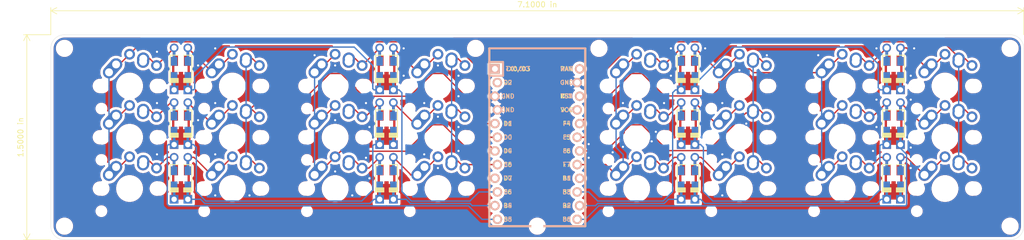
<source format=kicad_pcb>
(kicad_pcb (version 20171130) (host pcbnew "(5.1.5)-3")
  (layers (0 F.Cu signal) (31 B.Cu signal) (34 B.Paste user) (35 F.Paste user) (36 B.SilkS user) (37 F.SilkS user) (38 B.Mask user) (39 F.Mask user) (44 Edge.Cuts user))
  (net 0 "")
  (net 1 R1)
  (net 2 R2)
  (net 3 R3)
  (net 4 R4)
  (net 5 R5)
  (net 6 R6)
  (net 7 C1)
  (net 8 C2)
  (net 9 C3)
  (net 10 C4)
  (net 11 C5)
  (net 12 C6)
  (net 13 C7)
  (net 14 C8)
  (net 15 GND)
  (net 16 "Net-(DD11-Pad2)")
  (net 17 "Net-(DD11-Pad1)")
  (net 18 "Net-(DD13-Pad2)")
  (net 19 "Net-(DD13-Pad1)")
  (net 20 "Net-(DD21-Pad2)")
  (net 21 "Net-(DD21-Pad1)")
  (net 22 "Net-(DD23-Pad2)")
  (net 23 "Net-(DD23-Pad1)")
  (net 24 "Net-(DD31-Pad2)")
  (net 25 "Net-(DD31-Pad1)")
  (net 26 "Net-(DD33-Pad2)")
  (net 27 "Net-(DD33-Pad1)")
  (net 28 "Net-(DD45-Pad2)")
  (net 29 "Net-(DD45-Pad1)")
  (net 30 "Net-(DD47-Pad2)")
  (net 31 "Net-(DD47-Pad1)")
  (net 32 "Net-(DD55-Pad2)")
  (net 33 "Net-(DD55-Pad1)")
  (net 34 "Net-(DD57-Pad2)")
  (net 35 "Net-(DD57-Pad1)")
  (net 36 "Net-(DD65-Pad2)")
  (net 37 "Net-(DD65-Pad1)")
  (net 38 "Net-(DD67-Pad2)")
  (net 39 "Net-(DD67-Pad1)")
  (module local:SOT-23_dual_bridged (layer F.Cu) (at 178.435 147.32 270)
    (fp_text reference DD67 hide)
    (fp_text value D_KCom hide)
    (fp_poly (pts (xy -0.762 1.224) (xy 0.762 1.224) (xy 0.762 1.651) (xy -0.762 1.651)) (layer F.Cu) (width 0))
    (fp_poly (pts (xy -0.762 -1.651) (xy 0.762 -1.651) (xy 0.762 -1.224) (xy -0.762 -1.224)) (layer F.Cu) (width 0))
    (pad 2 thru_hole circle (at -3.9 1.27 270) (size 1.6 1.6) (drill 1) (layers *.Cu *.Mask) (net 38 "Net-(DD67-Pad2)"))
    (pad 3 smd rect (at 1.4 1.27 270) (size 1.6 1.2) (layers B.Cu B.Paste B.Mask) (net 6 R6))
    (pad 3 smd rect (at 2.5 1.27 270) (size 2.9 0.5) (layers B.Cu) (net 6 R6))
    (pad 3 smd rect (at 2.5 1.27 270) (size 2.9 0.5) (layers F.Cu) (net 6 R6))
    (pad 2 smd rect (at -2.5 1.27 270) (size 2.9 0.5) (layers F.Cu) (net 38 "Net-(DD67-Pad2)"))
    (pad 2 smd rect (at -1.4 1.27 270) (size 1.6 1.2) (layers B.Cu B.Paste B.Mask) (net 38 "Net-(DD67-Pad2)"))
    (pad 2 smd rect (at -2.5 1.27 270) (size 2.9 0.5) (layers B.Cu) (net 38 "Net-(DD67-Pad2)"))
    (pad 2 smd rect (at -1.4 1.27 270) (size 1.6 1.2) (layers F.Cu F.Paste F.Mask) (net 38 "Net-(DD67-Pad2)"))
    (pad 3 thru_hole rect (at 3.9 1.27 270) (size 1.6 1.6) (drill 1) (layers *.Cu *.Mask) (net 6 R6))
    (pad 3 smd rect (at 1.4 1.27 270) (size 1.6 1.2) (layers F.Cu F.Paste F.Mask) (net 6 R6))
    (pad 3 smd rect (at 2.5 0 270) (size 2.9 3.54) (layers F.Cu) (net 6 R6))
    (pad 1 smd rect (at -2.5 -1.27 270) (size 2.9 0.5) (layers F.Cu) (net 39 "Net-(DD67-Pad1)"))
    (pad 3 thru_hole rect (at 3.9 -1.27 270) (size 1.6 1.6) (drill 1) (layers *.Cu *.Mask) (net 6 R6))
    (pad 1 thru_hole circle (at -3.9 -1.27 270) (size 1.6 1.6) (drill 1) (layers *.Cu *.Mask) (net 39 "Net-(DD67-Pad1)"))
    (pad 1 smd rect (at -1.4 -1.27 270) (size 1.6 1.2) (layers F.Cu F.Paste F.Mask) (net 39 "Net-(DD67-Pad1)"))
    (pad 3 smd rect (at 1.4 -1.27 270) (size 1.6 1.2) (layers F.Cu F.Paste F.Mask) (net 6 R6))
    (pad 3 smd rect (at 2.5 -1.27 270) (size 2.9 0.5) (layers B.Cu) (net 6 R6))
    (pad 3 smd rect (at 1.4 -1.27 270) (size 1.6 1.2) (layers B.Cu B.Paste B.Mask) (net 6 R6))
    (pad 1 smd rect (at -1.4 -1.27 270) (size 1.6 1.2) (layers B.Cu B.Paste B.Mask) (net 39 "Net-(DD67-Pad1)"))
    (pad 1 smd rect (at -2.5 -1.27 270) (size 2.9 0.5) (layers B.Cu) (net 39 "Net-(DD67-Pad1)"))
    (pad 1 smd rect (at -1.5 -0.95 270) (size 1.9 0.8) (layers F.Cu F.Paste F.Mask) (net 39 "Net-(DD67-Pad1)"))
    (pad 2 smd rect (at -1.5 0.95 270) (size 1.9 0.8) (layers F.Cu F.Paste F.Mask) (net 38 "Net-(DD67-Pad2)"))
    (pad 3 smd rect (at 1.5 0 270) (size 1.9 0.8) (layers F.Cu F.Paste F.Mask) (net 6 R6))
  )
  (module local:SOT-23_dual_bridged (layer F.Cu) (at 140.335 147.32 270)
    (fp_text reference DD65 hide)
    (fp_text value D_KCom hide)
    (fp_poly (pts (xy -0.762 1.224) (xy 0.762 1.224) (xy 0.762 1.651) (xy -0.762 1.651)) (layer F.Cu) (width 0))
    (fp_poly (pts (xy -0.762 -1.651) (xy 0.762 -1.651) (xy 0.762 -1.224) (xy -0.762 -1.224)) (layer F.Cu) (width 0))
    (pad 2 thru_hole circle (at -3.9 1.27 270) (size 1.6 1.6) (drill 1) (layers *.Cu *.Mask) (net 36 "Net-(DD65-Pad2)"))
    (pad 3 smd rect (at 1.4 1.27 270) (size 1.6 1.2) (layers B.Cu B.Paste B.Mask) (net 6 R6))
    (pad 3 smd rect (at 2.5 1.27 270) (size 2.9 0.5) (layers B.Cu) (net 6 R6))
    (pad 3 smd rect (at 2.5 1.27 270) (size 2.9 0.5) (layers F.Cu) (net 6 R6))
    (pad 2 smd rect (at -2.5 1.27 270) (size 2.9 0.5) (layers F.Cu) (net 36 "Net-(DD65-Pad2)"))
    (pad 2 smd rect (at -1.4 1.27 270) (size 1.6 1.2) (layers B.Cu B.Paste B.Mask) (net 36 "Net-(DD65-Pad2)"))
    (pad 2 smd rect (at -2.5 1.27 270) (size 2.9 0.5) (layers B.Cu) (net 36 "Net-(DD65-Pad2)"))
    (pad 2 smd rect (at -1.4 1.27 270) (size 1.6 1.2) (layers F.Cu F.Paste F.Mask) (net 36 "Net-(DD65-Pad2)"))
    (pad 3 thru_hole rect (at 3.9 1.27 270) (size 1.6 1.6) (drill 1) (layers *.Cu *.Mask) (net 6 R6))
    (pad 3 smd rect (at 1.4 1.27 270) (size 1.6 1.2) (layers F.Cu F.Paste F.Mask) (net 6 R6))
    (pad 3 smd rect (at 2.5 0 270) (size 2.9 3.54) (layers F.Cu) (net 6 R6))
    (pad 1 smd rect (at -2.5 -1.27 270) (size 2.9 0.5) (layers F.Cu) (net 37 "Net-(DD65-Pad1)"))
    (pad 3 thru_hole rect (at 3.9 -1.27 270) (size 1.6 1.6) (drill 1) (layers *.Cu *.Mask) (net 6 R6))
    (pad 1 thru_hole circle (at -3.9 -1.27 270) (size 1.6 1.6) (drill 1) (layers *.Cu *.Mask) (net 37 "Net-(DD65-Pad1)"))
    (pad 1 smd rect (at -1.4 -1.27 270) (size 1.6 1.2) (layers F.Cu F.Paste F.Mask) (net 37 "Net-(DD65-Pad1)"))
    (pad 3 smd rect (at 1.4 -1.27 270) (size 1.6 1.2) (layers F.Cu F.Paste F.Mask) (net 6 R6))
    (pad 3 smd rect (at 2.5 -1.27 270) (size 2.9 0.5) (layers B.Cu) (net 6 R6))
    (pad 3 smd rect (at 1.4 -1.27 270) (size 1.6 1.2) (layers B.Cu B.Paste B.Mask) (net 6 R6))
    (pad 1 smd rect (at -1.4 -1.27 270) (size 1.6 1.2) (layers B.Cu B.Paste B.Mask) (net 37 "Net-(DD65-Pad1)"))
    (pad 1 smd rect (at -2.5 -1.27 270) (size 2.9 0.5) (layers B.Cu) (net 37 "Net-(DD65-Pad1)"))
    (pad 1 smd rect (at -1.5 -0.95 270) (size 1.9 0.8) (layers F.Cu F.Paste F.Mask) (net 37 "Net-(DD65-Pad1)"))
    (pad 2 smd rect (at -1.5 0.95 270) (size 1.9 0.8) (layers F.Cu F.Paste F.Mask) (net 36 "Net-(DD65-Pad2)"))
    (pad 3 smd rect (at 1.5 0 270) (size 1.9 0.8) (layers F.Cu F.Paste F.Mask) (net 6 R6))
  )
  (module local:SOT-23_dual_bridged (layer F.Cu) (at 178.435 137.16 270)
    (fp_text reference DD57 hide)
    (fp_text value D_KCom hide)
    (fp_poly (pts (xy -0.762 1.224) (xy 0.762 1.224) (xy 0.762 1.651) (xy -0.762 1.651)) (layer F.Cu) (width 0))
    (fp_poly (pts (xy -0.762 -1.651) (xy 0.762 -1.651) (xy 0.762 -1.224) (xy -0.762 -1.224)) (layer F.Cu) (width 0))
    (pad 2 thru_hole circle (at -3.9 1.27 270) (size 1.6 1.6) (drill 1) (layers *.Cu *.Mask) (net 34 "Net-(DD57-Pad2)"))
    (pad 3 smd rect (at 1.4 1.27 270) (size 1.6 1.2) (layers B.Cu B.Paste B.Mask) (net 5 R5))
    (pad 3 smd rect (at 2.5 1.27 270) (size 2.9 0.5) (layers B.Cu) (net 5 R5))
    (pad 3 smd rect (at 2.5 1.27 270) (size 2.9 0.5) (layers F.Cu) (net 5 R5))
    (pad 2 smd rect (at -2.5 1.27 270) (size 2.9 0.5) (layers F.Cu) (net 34 "Net-(DD57-Pad2)"))
    (pad 2 smd rect (at -1.4 1.27 270) (size 1.6 1.2) (layers B.Cu B.Paste B.Mask) (net 34 "Net-(DD57-Pad2)"))
    (pad 2 smd rect (at -2.5 1.27 270) (size 2.9 0.5) (layers B.Cu) (net 34 "Net-(DD57-Pad2)"))
    (pad 2 smd rect (at -1.4 1.27 270) (size 1.6 1.2) (layers F.Cu F.Paste F.Mask) (net 34 "Net-(DD57-Pad2)"))
    (pad 3 thru_hole rect (at 3.9 1.27 270) (size 1.6 1.6) (drill 1) (layers *.Cu *.Mask) (net 5 R5))
    (pad 3 smd rect (at 1.4 1.27 270) (size 1.6 1.2) (layers F.Cu F.Paste F.Mask) (net 5 R5))
    (pad 3 smd rect (at 2.5 0 270) (size 2.9 3.54) (layers F.Cu) (net 5 R5))
    (pad 1 smd rect (at -2.5 -1.27 270) (size 2.9 0.5) (layers F.Cu) (net 35 "Net-(DD57-Pad1)"))
    (pad 3 thru_hole rect (at 3.9 -1.27 270) (size 1.6 1.6) (drill 1) (layers *.Cu *.Mask) (net 5 R5))
    (pad 1 thru_hole circle (at -3.9 -1.27 270) (size 1.6 1.6) (drill 1) (layers *.Cu *.Mask) (net 35 "Net-(DD57-Pad1)"))
    (pad 1 smd rect (at -1.4 -1.27 270) (size 1.6 1.2) (layers F.Cu F.Paste F.Mask) (net 35 "Net-(DD57-Pad1)"))
    (pad 3 smd rect (at 1.4 -1.27 270) (size 1.6 1.2) (layers F.Cu F.Paste F.Mask) (net 5 R5))
    (pad 3 smd rect (at 2.5 -1.27 270) (size 2.9 0.5) (layers B.Cu) (net 5 R5))
    (pad 3 smd rect (at 1.4 -1.27 270) (size 1.6 1.2) (layers B.Cu B.Paste B.Mask) (net 5 R5))
    (pad 1 smd rect (at -1.4 -1.27 270) (size 1.6 1.2) (layers B.Cu B.Paste B.Mask) (net 35 "Net-(DD57-Pad1)"))
    (pad 1 smd rect (at -2.5 -1.27 270) (size 2.9 0.5) (layers B.Cu) (net 35 "Net-(DD57-Pad1)"))
    (pad 1 smd rect (at -1.5 -0.95 270) (size 1.9 0.8) (layers F.Cu F.Paste F.Mask) (net 35 "Net-(DD57-Pad1)"))
    (pad 2 smd rect (at -1.5 0.95 270) (size 1.9 0.8) (layers F.Cu F.Paste F.Mask) (net 34 "Net-(DD57-Pad2)"))
    (pad 3 smd rect (at 1.5 0 270) (size 1.9 0.8) (layers F.Cu F.Paste F.Mask) (net 5 R5))
  )
  (module local:SOT-23_dual_bridged (layer F.Cu) (at 140.335 137.16 270)
    (fp_text reference DD55 hide)
    (fp_text value D_KCom hide)
    (fp_poly (pts (xy -0.762 1.224) (xy 0.762 1.224) (xy 0.762 1.651) (xy -0.762 1.651)) (layer F.Cu) (width 0))
    (fp_poly (pts (xy -0.762 -1.651) (xy 0.762 -1.651) (xy 0.762 -1.224) (xy -0.762 -1.224)) (layer F.Cu) (width 0))
    (pad 2 thru_hole circle (at -3.9 1.27 270) (size 1.6 1.6) (drill 1) (layers *.Cu *.Mask) (net 32 "Net-(DD55-Pad2)"))
    (pad 3 smd rect (at 1.4 1.27 270) (size 1.6 1.2) (layers B.Cu B.Paste B.Mask) (net 5 R5))
    (pad 3 smd rect (at 2.5 1.27 270) (size 2.9 0.5) (layers B.Cu) (net 5 R5))
    (pad 3 smd rect (at 2.5 1.27 270) (size 2.9 0.5) (layers F.Cu) (net 5 R5))
    (pad 2 smd rect (at -2.5 1.27 270) (size 2.9 0.5) (layers F.Cu) (net 32 "Net-(DD55-Pad2)"))
    (pad 2 smd rect (at -1.4 1.27 270) (size 1.6 1.2) (layers B.Cu B.Paste B.Mask) (net 32 "Net-(DD55-Pad2)"))
    (pad 2 smd rect (at -2.5 1.27 270) (size 2.9 0.5) (layers B.Cu) (net 32 "Net-(DD55-Pad2)"))
    (pad 2 smd rect (at -1.4 1.27 270) (size 1.6 1.2) (layers F.Cu F.Paste F.Mask) (net 32 "Net-(DD55-Pad2)"))
    (pad 3 thru_hole rect (at 3.9 1.27 270) (size 1.6 1.6) (drill 1) (layers *.Cu *.Mask) (net 5 R5))
    (pad 3 smd rect (at 1.4 1.27 270) (size 1.6 1.2) (layers F.Cu F.Paste F.Mask) (net 5 R5))
    (pad 3 smd rect (at 2.5 0 270) (size 2.9 3.54) (layers F.Cu) (net 5 R5))
    (pad 1 smd rect (at -2.5 -1.27 270) (size 2.9 0.5) (layers F.Cu) (net 33 "Net-(DD55-Pad1)"))
    (pad 3 thru_hole rect (at 3.9 -1.27 270) (size 1.6 1.6) (drill 1) (layers *.Cu *.Mask) (net 5 R5))
    (pad 1 thru_hole circle (at -3.9 -1.27 270) (size 1.6 1.6) (drill 1) (layers *.Cu *.Mask) (net 33 "Net-(DD55-Pad1)"))
    (pad 1 smd rect (at -1.4 -1.27 270) (size 1.6 1.2) (layers F.Cu F.Paste F.Mask) (net 33 "Net-(DD55-Pad1)"))
    (pad 3 smd rect (at 1.4 -1.27 270) (size 1.6 1.2) (layers F.Cu F.Paste F.Mask) (net 5 R5))
    (pad 3 smd rect (at 2.5 -1.27 270) (size 2.9 0.5) (layers B.Cu) (net 5 R5))
    (pad 3 smd rect (at 1.4 -1.27 270) (size 1.6 1.2) (layers B.Cu B.Paste B.Mask) (net 5 R5))
    (pad 1 smd rect (at -1.4 -1.27 270) (size 1.6 1.2) (layers B.Cu B.Paste B.Mask) (net 33 "Net-(DD55-Pad1)"))
    (pad 1 smd rect (at -2.5 -1.27 270) (size 2.9 0.5) (layers B.Cu) (net 33 "Net-(DD55-Pad1)"))
    (pad 1 smd rect (at -1.5 -0.95 270) (size 1.9 0.8) (layers F.Cu F.Paste F.Mask) (net 33 "Net-(DD55-Pad1)"))
    (pad 2 smd rect (at -1.5 0.95 270) (size 1.9 0.8) (layers F.Cu F.Paste F.Mask) (net 32 "Net-(DD55-Pad2)"))
    (pad 3 smd rect (at 1.5 0 270) (size 1.9 0.8) (layers F.Cu F.Paste F.Mask) (net 5 R5))
  )
  (module local:SOT-23_dual_bridged (layer F.Cu) (at 178.435 127 270)
    (fp_text reference DD47 hide)
    (fp_text value D_KCom hide)
    (fp_poly (pts (xy -0.762 1.224) (xy 0.762 1.224) (xy 0.762 1.651) (xy -0.762 1.651)) (layer F.Cu) (width 0))
    (fp_poly (pts (xy -0.762 -1.651) (xy 0.762 -1.651) (xy 0.762 -1.224) (xy -0.762 -1.224)) (layer F.Cu) (width 0))
    (pad 2 thru_hole circle (at -3.9 1.27 270) (size 1.6 1.6) (drill 1) (layers *.Cu *.Mask) (net 30 "Net-(DD47-Pad2)"))
    (pad 3 smd rect (at 1.4 1.27 270) (size 1.6 1.2) (layers B.Cu B.Paste B.Mask) (net 4 R4))
    (pad 3 smd rect (at 2.5 1.27 270) (size 2.9 0.5) (layers B.Cu) (net 4 R4))
    (pad 3 smd rect (at 2.5 1.27 270) (size 2.9 0.5) (layers F.Cu) (net 4 R4))
    (pad 2 smd rect (at -2.5 1.27 270) (size 2.9 0.5) (layers F.Cu) (net 30 "Net-(DD47-Pad2)"))
    (pad 2 smd rect (at -1.4 1.27 270) (size 1.6 1.2) (layers B.Cu B.Paste B.Mask) (net 30 "Net-(DD47-Pad2)"))
    (pad 2 smd rect (at -2.5 1.27 270) (size 2.9 0.5) (layers B.Cu) (net 30 "Net-(DD47-Pad2)"))
    (pad 2 smd rect (at -1.4 1.27 270) (size 1.6 1.2) (layers F.Cu F.Paste F.Mask) (net 30 "Net-(DD47-Pad2)"))
    (pad 3 thru_hole rect (at 3.9 1.27 270) (size 1.6 1.6) (drill 1) (layers *.Cu *.Mask) (net 4 R4))
    (pad 3 smd rect (at 1.4 1.27 270) (size 1.6 1.2) (layers F.Cu F.Paste F.Mask) (net 4 R4))
    (pad 3 smd rect (at 2.5 0 270) (size 2.9 3.54) (layers F.Cu) (net 4 R4))
    (pad 1 smd rect (at -2.5 -1.27 270) (size 2.9 0.5) (layers F.Cu) (net 31 "Net-(DD47-Pad1)"))
    (pad 3 thru_hole rect (at 3.9 -1.27 270) (size 1.6 1.6) (drill 1) (layers *.Cu *.Mask) (net 4 R4))
    (pad 1 thru_hole circle (at -3.9 -1.27 270) (size 1.6 1.6) (drill 1) (layers *.Cu *.Mask) (net 31 "Net-(DD47-Pad1)"))
    (pad 1 smd rect (at -1.4 -1.27 270) (size 1.6 1.2) (layers F.Cu F.Paste F.Mask) (net 31 "Net-(DD47-Pad1)"))
    (pad 3 smd rect (at 1.4 -1.27 270) (size 1.6 1.2) (layers F.Cu F.Paste F.Mask) (net 4 R4))
    (pad 3 smd rect (at 2.5 -1.27 270) (size 2.9 0.5) (layers B.Cu) (net 4 R4))
    (pad 3 smd rect (at 1.4 -1.27 270) (size 1.6 1.2) (layers B.Cu B.Paste B.Mask) (net 4 R4))
    (pad 1 smd rect (at -1.4 -1.27 270) (size 1.6 1.2) (layers B.Cu B.Paste B.Mask) (net 31 "Net-(DD47-Pad1)"))
    (pad 1 smd rect (at -2.5 -1.27 270) (size 2.9 0.5) (layers B.Cu) (net 31 "Net-(DD47-Pad1)"))
    (pad 1 smd rect (at -1.5 -0.95 270) (size 1.9 0.8) (layers F.Cu F.Paste F.Mask) (net 31 "Net-(DD47-Pad1)"))
    (pad 2 smd rect (at -1.5 0.95 270) (size 1.9 0.8) (layers F.Cu F.Paste F.Mask) (net 30 "Net-(DD47-Pad2)"))
    (pad 3 smd rect (at 1.5 0 270) (size 1.9 0.8) (layers F.Cu F.Paste F.Mask) (net 4 R4))
  )
  (module local:SOT-23_dual_bridged (layer F.Cu) (at 140.335 127 270)
    (fp_text reference DD45 hide)
    (fp_text value D_KCom hide)
    (fp_poly (pts (xy -0.762 1.224) (xy 0.762 1.224) (xy 0.762 1.651) (xy -0.762 1.651)) (layer F.Cu) (width 0))
    (fp_poly (pts (xy -0.762 -1.651) (xy 0.762 -1.651) (xy 0.762 -1.224) (xy -0.762 -1.224)) (layer F.Cu) (width 0))
    (pad 2 thru_hole circle (at -3.9 1.27 270) (size 1.6 1.6) (drill 1) (layers *.Cu *.Mask) (net 28 "Net-(DD45-Pad2)"))
    (pad 3 smd rect (at 1.4 1.27 270) (size 1.6 1.2) (layers B.Cu B.Paste B.Mask) (net 4 R4))
    (pad 3 smd rect (at 2.5 1.27 270) (size 2.9 0.5) (layers B.Cu) (net 4 R4))
    (pad 3 smd rect (at 2.5 1.27 270) (size 2.9 0.5) (layers F.Cu) (net 4 R4))
    (pad 2 smd rect (at -2.5 1.27 270) (size 2.9 0.5) (layers F.Cu) (net 28 "Net-(DD45-Pad2)"))
    (pad 2 smd rect (at -1.4 1.27 270) (size 1.6 1.2) (layers B.Cu B.Paste B.Mask) (net 28 "Net-(DD45-Pad2)"))
    (pad 2 smd rect (at -2.5 1.27 270) (size 2.9 0.5) (layers B.Cu) (net 28 "Net-(DD45-Pad2)"))
    (pad 2 smd rect (at -1.4 1.27 270) (size 1.6 1.2) (layers F.Cu F.Paste F.Mask) (net 28 "Net-(DD45-Pad2)"))
    (pad 3 thru_hole rect (at 3.9 1.27 270) (size 1.6 1.6) (drill 1) (layers *.Cu *.Mask) (net 4 R4))
    (pad 3 smd rect (at 1.4 1.27 270) (size 1.6 1.2) (layers F.Cu F.Paste F.Mask) (net 4 R4))
    (pad 3 smd rect (at 2.5 0 270) (size 2.9 3.54) (layers F.Cu) (net 4 R4))
    (pad 1 smd rect (at -2.5 -1.27 270) (size 2.9 0.5) (layers F.Cu) (net 29 "Net-(DD45-Pad1)"))
    (pad 3 thru_hole rect (at 3.9 -1.27 270) (size 1.6 1.6) (drill 1) (layers *.Cu *.Mask) (net 4 R4))
    (pad 1 thru_hole circle (at -3.9 -1.27 270) (size 1.6 1.6) (drill 1) (layers *.Cu *.Mask) (net 29 "Net-(DD45-Pad1)"))
    (pad 1 smd rect (at -1.4 -1.27 270) (size 1.6 1.2) (layers F.Cu F.Paste F.Mask) (net 29 "Net-(DD45-Pad1)"))
    (pad 3 smd rect (at 1.4 -1.27 270) (size 1.6 1.2) (layers F.Cu F.Paste F.Mask) (net 4 R4))
    (pad 3 smd rect (at 2.5 -1.27 270) (size 2.9 0.5) (layers B.Cu) (net 4 R4))
    (pad 3 smd rect (at 1.4 -1.27 270) (size 1.6 1.2) (layers B.Cu B.Paste B.Mask) (net 4 R4))
    (pad 1 smd rect (at -1.4 -1.27 270) (size 1.6 1.2) (layers B.Cu B.Paste B.Mask) (net 29 "Net-(DD45-Pad1)"))
    (pad 1 smd rect (at -2.5 -1.27 270) (size 2.9 0.5) (layers B.Cu) (net 29 "Net-(DD45-Pad1)"))
    (pad 1 smd rect (at -1.5 -0.95 270) (size 1.9 0.8) (layers F.Cu F.Paste F.Mask) (net 29 "Net-(DD45-Pad1)"))
    (pad 2 smd rect (at -1.5 0.95 270) (size 1.9 0.8) (layers F.Cu F.Paste F.Mask) (net 28 "Net-(DD45-Pad2)"))
    (pad 3 smd rect (at 1.5 0 270) (size 1.9 0.8) (layers F.Cu F.Paste F.Mask) (net 4 R4))
  )
  (module local:SOT-23_dual_bridged (layer F.Cu) (at 84.455 147.32 270)
    (fp_text reference DD33 hide)
    (fp_text value D_KCom hide)
    (fp_poly (pts (xy -0.762 1.224) (xy 0.762 1.224) (xy 0.762 1.651) (xy -0.762 1.651)) (layer F.Cu) (width 0))
    (fp_poly (pts (xy -0.762 -1.651) (xy 0.762 -1.651) (xy 0.762 -1.224) (xy -0.762 -1.224)) (layer F.Cu) (width 0))
    (pad 2 thru_hole circle (at -3.9 1.27 270) (size 1.6 1.6) (drill 1) (layers *.Cu *.Mask) (net 26 "Net-(DD33-Pad2)"))
    (pad 3 smd rect (at 1.4 1.27 270) (size 1.6 1.2) (layers B.Cu B.Paste B.Mask) (net 3 R3))
    (pad 3 smd rect (at 2.5 1.27 270) (size 2.9 0.5) (layers B.Cu) (net 3 R3))
    (pad 3 smd rect (at 2.5 1.27 270) (size 2.9 0.5) (layers F.Cu) (net 3 R3))
    (pad 2 smd rect (at -2.5 1.27 270) (size 2.9 0.5) (layers F.Cu) (net 26 "Net-(DD33-Pad2)"))
    (pad 2 smd rect (at -1.4 1.27 270) (size 1.6 1.2) (layers B.Cu B.Paste B.Mask) (net 26 "Net-(DD33-Pad2)"))
    (pad 2 smd rect (at -2.5 1.27 270) (size 2.9 0.5) (layers B.Cu) (net 26 "Net-(DD33-Pad2)"))
    (pad 2 smd rect (at -1.4 1.27 270) (size 1.6 1.2) (layers F.Cu F.Paste F.Mask) (net 26 "Net-(DD33-Pad2)"))
    (pad 3 thru_hole rect (at 3.9 1.27 270) (size 1.6 1.6) (drill 1) (layers *.Cu *.Mask) (net 3 R3))
    (pad 3 smd rect (at 1.4 1.27 270) (size 1.6 1.2) (layers F.Cu F.Paste F.Mask) (net 3 R3))
    (pad 3 smd rect (at 2.5 0 270) (size 2.9 3.54) (layers F.Cu) (net 3 R3))
    (pad 1 smd rect (at -2.5 -1.27 270) (size 2.9 0.5) (layers F.Cu) (net 27 "Net-(DD33-Pad1)"))
    (pad 3 thru_hole rect (at 3.9 -1.27 270) (size 1.6 1.6) (drill 1) (layers *.Cu *.Mask) (net 3 R3))
    (pad 1 thru_hole circle (at -3.9 -1.27 270) (size 1.6 1.6) (drill 1) (layers *.Cu *.Mask) (net 27 "Net-(DD33-Pad1)"))
    (pad 1 smd rect (at -1.4 -1.27 270) (size 1.6 1.2) (layers F.Cu F.Paste F.Mask) (net 27 "Net-(DD33-Pad1)"))
    (pad 3 smd rect (at 1.4 -1.27 270) (size 1.6 1.2) (layers F.Cu F.Paste F.Mask) (net 3 R3))
    (pad 3 smd rect (at 2.5 -1.27 270) (size 2.9 0.5) (layers B.Cu) (net 3 R3))
    (pad 3 smd rect (at 1.4 -1.27 270) (size 1.6 1.2) (layers B.Cu B.Paste B.Mask) (net 3 R3))
    (pad 1 smd rect (at -1.4 -1.27 270) (size 1.6 1.2) (layers B.Cu B.Paste B.Mask) (net 27 "Net-(DD33-Pad1)"))
    (pad 1 smd rect (at -2.5 -1.27 270) (size 2.9 0.5) (layers B.Cu) (net 27 "Net-(DD33-Pad1)"))
    (pad 1 smd rect (at -1.5 -0.95 270) (size 1.9 0.8) (layers F.Cu F.Paste F.Mask) (net 27 "Net-(DD33-Pad1)"))
    (pad 2 smd rect (at -1.5 0.95 270) (size 1.9 0.8) (layers F.Cu F.Paste F.Mask) (net 26 "Net-(DD33-Pad2)"))
    (pad 3 smd rect (at 1.5 0 270) (size 1.9 0.8) (layers F.Cu F.Paste F.Mask) (net 3 R3))
  )
  (module local:SOT-23_dual_bridged (layer F.Cu) (at 46.355 147.32 270)
    (fp_text reference DD31 hide)
    (fp_text value D_KCom hide)
    (fp_poly (pts (xy -0.762 1.224) (xy 0.762 1.224) (xy 0.762 1.651) (xy -0.762 1.651)) (layer F.Cu) (width 0))
    (fp_poly (pts (xy -0.762 -1.651) (xy 0.762 -1.651) (xy 0.762 -1.224) (xy -0.762 -1.224)) (layer F.Cu) (width 0))
    (pad 2 thru_hole circle (at -3.9 1.27 270) (size 1.6 1.6) (drill 1) (layers *.Cu *.Mask) (net 24 "Net-(DD31-Pad2)"))
    (pad 3 smd rect (at 1.4 1.27 270) (size 1.6 1.2) (layers B.Cu B.Paste B.Mask) (net 3 R3))
    (pad 3 smd rect (at 2.5 1.27 270) (size 2.9 0.5) (layers B.Cu) (net 3 R3))
    (pad 3 smd rect (at 2.5 1.27 270) (size 2.9 0.5) (layers F.Cu) (net 3 R3))
    (pad 2 smd rect (at -2.5 1.27 270) (size 2.9 0.5) (layers F.Cu) (net 24 "Net-(DD31-Pad2)"))
    (pad 2 smd rect (at -1.4 1.27 270) (size 1.6 1.2) (layers B.Cu B.Paste B.Mask) (net 24 "Net-(DD31-Pad2)"))
    (pad 2 smd rect (at -2.5 1.27 270) (size 2.9 0.5) (layers B.Cu) (net 24 "Net-(DD31-Pad2)"))
    (pad 2 smd rect (at -1.4 1.27 270) (size 1.6 1.2) (layers F.Cu F.Paste F.Mask) (net 24 "Net-(DD31-Pad2)"))
    (pad 3 thru_hole rect (at 3.9 1.27 270) (size 1.6 1.6) (drill 1) (layers *.Cu *.Mask) (net 3 R3))
    (pad 3 smd rect (at 1.4 1.27 270) (size 1.6 1.2) (layers F.Cu F.Paste F.Mask) (net 3 R3))
    (pad 3 smd rect (at 2.5 0 270) (size 2.9 3.54) (layers F.Cu) (net 3 R3))
    (pad 1 smd rect (at -2.5 -1.27 270) (size 2.9 0.5) (layers F.Cu) (net 25 "Net-(DD31-Pad1)"))
    (pad 3 thru_hole rect (at 3.9 -1.27 270) (size 1.6 1.6) (drill 1) (layers *.Cu *.Mask) (net 3 R3))
    (pad 1 thru_hole circle (at -3.9 -1.27 270) (size 1.6 1.6) (drill 1) (layers *.Cu *.Mask) (net 25 "Net-(DD31-Pad1)"))
    (pad 1 smd rect (at -1.4 -1.27 270) (size 1.6 1.2) (layers F.Cu F.Paste F.Mask) (net 25 "Net-(DD31-Pad1)"))
    (pad 3 smd rect (at 1.4 -1.27 270) (size 1.6 1.2) (layers F.Cu F.Paste F.Mask) (net 3 R3))
    (pad 3 smd rect (at 2.5 -1.27 270) (size 2.9 0.5) (layers B.Cu) (net 3 R3))
    (pad 3 smd rect (at 1.4 -1.27 270) (size 1.6 1.2) (layers B.Cu B.Paste B.Mask) (net 3 R3))
    (pad 1 smd rect (at -1.4 -1.27 270) (size 1.6 1.2) (layers B.Cu B.Paste B.Mask) (net 25 "Net-(DD31-Pad1)"))
    (pad 1 smd rect (at -2.5 -1.27 270) (size 2.9 0.5) (layers B.Cu) (net 25 "Net-(DD31-Pad1)"))
    (pad 1 smd rect (at -1.5 -0.95 270) (size 1.9 0.8) (layers F.Cu F.Paste F.Mask) (net 25 "Net-(DD31-Pad1)"))
    (pad 2 smd rect (at -1.5 0.95 270) (size 1.9 0.8) (layers F.Cu F.Paste F.Mask) (net 24 "Net-(DD31-Pad2)"))
    (pad 3 smd rect (at 1.5 0 270) (size 1.9 0.8) (layers F.Cu F.Paste F.Mask) (net 3 R3))
  )
  (module local:SOT-23_dual_bridged (layer F.Cu) (at 84.455 137.16 270)
    (fp_text reference DD23 hide)
    (fp_text value D_KCom hide)
    (fp_poly (pts (xy -0.762 1.224) (xy 0.762 1.224) (xy 0.762 1.651) (xy -0.762 1.651)) (layer F.Cu) (width 0))
    (fp_poly (pts (xy -0.762 -1.651) (xy 0.762 -1.651) (xy 0.762 -1.224) (xy -0.762 -1.224)) (layer F.Cu) (width 0))
    (pad 2 thru_hole circle (at -3.9 1.27 270) (size 1.6 1.6) (drill 1) (layers *.Cu *.Mask) (net 22 "Net-(DD23-Pad2)"))
    (pad 3 smd rect (at 1.4 1.27 270) (size 1.6 1.2) (layers B.Cu B.Paste B.Mask) (net 2 R2))
    (pad 3 smd rect (at 2.5 1.27 270) (size 2.9 0.5) (layers B.Cu) (net 2 R2))
    (pad 3 smd rect (at 2.5 1.27 270) (size 2.9 0.5) (layers F.Cu) (net 2 R2))
    (pad 2 smd rect (at -2.5 1.27 270) (size 2.9 0.5) (layers F.Cu) (net 22 "Net-(DD23-Pad2)"))
    (pad 2 smd rect (at -1.4 1.27 270) (size 1.6 1.2) (layers B.Cu B.Paste B.Mask) (net 22 "Net-(DD23-Pad2)"))
    (pad 2 smd rect (at -2.5 1.27 270) (size 2.9 0.5) (layers B.Cu) (net 22 "Net-(DD23-Pad2)"))
    (pad 2 smd rect (at -1.4 1.27 270) (size 1.6 1.2) (layers F.Cu F.Paste F.Mask) (net 22 "Net-(DD23-Pad2)"))
    (pad 3 thru_hole rect (at 3.9 1.27 270) (size 1.6 1.6) (drill 1) (layers *.Cu *.Mask) (net 2 R2))
    (pad 3 smd rect (at 1.4 1.27 270) (size 1.6 1.2) (layers F.Cu F.Paste F.Mask) (net 2 R2))
    (pad 3 smd rect (at 2.5 0 270) (size 2.9 3.54) (layers F.Cu) (net 2 R2))
    (pad 1 smd rect (at -2.5 -1.27 270) (size 2.9 0.5) (layers F.Cu) (net 23 "Net-(DD23-Pad1)"))
    (pad 3 thru_hole rect (at 3.9 -1.27 270) (size 1.6 1.6) (drill 1) (layers *.Cu *.Mask) (net 2 R2))
    (pad 1 thru_hole circle (at -3.9 -1.27 270) (size 1.6 1.6) (drill 1) (layers *.Cu *.Mask) (net 23 "Net-(DD23-Pad1)"))
    (pad 1 smd rect (at -1.4 -1.27 270) (size 1.6 1.2) (layers F.Cu F.Paste F.Mask) (net 23 "Net-(DD23-Pad1)"))
    (pad 3 smd rect (at 1.4 -1.27 270) (size 1.6 1.2) (layers F.Cu F.Paste F.Mask) (net 2 R2))
    (pad 3 smd rect (at 2.5 -1.27 270) (size 2.9 0.5) (layers B.Cu) (net 2 R2))
    (pad 3 smd rect (at 1.4 -1.27 270) (size 1.6 1.2) (layers B.Cu B.Paste B.Mask) (net 2 R2))
    (pad 1 smd rect (at -1.4 -1.27 270) (size 1.6 1.2) (layers B.Cu B.Paste B.Mask) (net 23 "Net-(DD23-Pad1)"))
    (pad 1 smd rect (at -2.5 -1.27 270) (size 2.9 0.5) (layers B.Cu) (net 23 "Net-(DD23-Pad1)"))
    (pad 1 smd rect (at -1.5 -0.95 270) (size 1.9 0.8) (layers F.Cu F.Paste F.Mask) (net 23 "Net-(DD23-Pad1)"))
    (pad 2 smd rect (at -1.5 0.95 270) (size 1.9 0.8) (layers F.Cu F.Paste F.Mask) (net 22 "Net-(DD23-Pad2)"))
    (pad 3 smd rect (at 1.5 0 270) (size 1.9 0.8) (layers F.Cu F.Paste F.Mask) (net 2 R2))
  )
  (module local:SOT-23_dual_bridged (layer F.Cu) (at 46.355 137.16 270)
    (fp_text reference DD21 hide)
    (fp_text value D_KCom hide)
    (fp_poly (pts (xy -0.762 1.224) (xy 0.762 1.224) (xy 0.762 1.651) (xy -0.762 1.651)) (layer F.Cu) (width 0))
    (fp_poly (pts (xy -0.762 -1.651) (xy 0.762 -1.651) (xy 0.762 -1.224) (xy -0.762 -1.224)) (layer F.Cu) (width 0))
    (pad 2 thru_hole circle (at -3.9 1.27 270) (size 1.6 1.6) (drill 1) (layers *.Cu *.Mask) (net 20 "Net-(DD21-Pad2)"))
    (pad 3 smd rect (at 1.4 1.27 270) (size 1.6 1.2) (layers B.Cu B.Paste B.Mask) (net 2 R2))
    (pad 3 smd rect (at 2.5 1.27 270) (size 2.9 0.5) (layers B.Cu) (net 2 R2))
    (pad 3 smd rect (at 2.5 1.27 270) (size 2.9 0.5) (layers F.Cu) (net 2 R2))
    (pad 2 smd rect (at -2.5 1.27 270) (size 2.9 0.5) (layers F.Cu) (net 20 "Net-(DD21-Pad2)"))
    (pad 2 smd rect (at -1.4 1.27 270) (size 1.6 1.2) (layers B.Cu B.Paste B.Mask) (net 20 "Net-(DD21-Pad2)"))
    (pad 2 smd rect (at -2.5 1.27 270) (size 2.9 0.5) (layers B.Cu) (net 20 "Net-(DD21-Pad2)"))
    (pad 2 smd rect (at -1.4 1.27 270) (size 1.6 1.2) (layers F.Cu F.Paste F.Mask) (net 20 "Net-(DD21-Pad2)"))
    (pad 3 thru_hole rect (at 3.9 1.27 270) (size 1.6 1.6) (drill 1) (layers *.Cu *.Mask) (net 2 R2))
    (pad 3 smd rect (at 1.4 1.27 270) (size 1.6 1.2) (layers F.Cu F.Paste F.Mask) (net 2 R2))
    (pad 3 smd rect (at 2.5 0 270) (size 2.9 3.54) (layers F.Cu) (net 2 R2))
    (pad 1 smd rect (at -2.5 -1.27 270) (size 2.9 0.5) (layers F.Cu) (net 21 "Net-(DD21-Pad1)"))
    (pad 3 thru_hole rect (at 3.9 -1.27 270) (size 1.6 1.6) (drill 1) (layers *.Cu *.Mask) (net 2 R2))
    (pad 1 thru_hole circle (at -3.9 -1.27 270) (size 1.6 1.6) (drill 1) (layers *.Cu *.Mask) (net 21 "Net-(DD21-Pad1)"))
    (pad 1 smd rect (at -1.4 -1.27 270) (size 1.6 1.2) (layers F.Cu F.Paste F.Mask) (net 21 "Net-(DD21-Pad1)"))
    (pad 3 smd rect (at 1.4 -1.27 270) (size 1.6 1.2) (layers F.Cu F.Paste F.Mask) (net 2 R2))
    (pad 3 smd rect (at 2.5 -1.27 270) (size 2.9 0.5) (layers B.Cu) (net 2 R2))
    (pad 3 smd rect (at 1.4 -1.27 270) (size 1.6 1.2) (layers B.Cu B.Paste B.Mask) (net 2 R2))
    (pad 1 smd rect (at -1.4 -1.27 270) (size 1.6 1.2) (layers B.Cu B.Paste B.Mask) (net 21 "Net-(DD21-Pad1)"))
    (pad 1 smd rect (at -2.5 -1.27 270) (size 2.9 0.5) (layers B.Cu) (net 21 "Net-(DD21-Pad1)"))
    (pad 1 smd rect (at -1.5 -0.95 270) (size 1.9 0.8) (layers F.Cu F.Paste F.Mask) (net 21 "Net-(DD21-Pad1)"))
    (pad 2 smd rect (at -1.5 0.95 270) (size 1.9 0.8) (layers F.Cu F.Paste F.Mask) (net 20 "Net-(DD21-Pad2)"))
    (pad 3 smd rect (at 1.5 0 270) (size 1.9 0.8) (layers F.Cu F.Paste F.Mask) (net 2 R2))
  )
  (module local:SOT-23_dual_bridged (layer F.Cu) (at 84.455 127 270)
    (fp_text reference DD13 hide)
    (fp_text value D_KCom hide)
    (fp_poly (pts (xy -0.762 1.224) (xy 0.762 1.224) (xy 0.762 1.651) (xy -0.762 1.651)) (layer F.Cu) (width 0))
    (fp_poly (pts (xy -0.762 -1.651) (xy 0.762 -1.651) (xy 0.762 -1.224) (xy -0.762 -1.224)) (layer F.Cu) (width 0))
    (pad 2 thru_hole circle (at -3.9 1.27 270) (size 1.6 1.6) (drill 1) (layers *.Cu *.Mask) (net 18 "Net-(DD13-Pad2)"))
    (pad 3 smd rect (at 1.4 1.27 270) (size 1.6 1.2) (layers B.Cu B.Paste B.Mask) (net 1 R1))
    (pad 3 smd rect (at 2.5 1.27 270) (size 2.9 0.5) (layers B.Cu) (net 1 R1))
    (pad 3 smd rect (at 2.5 1.27 270) (size 2.9 0.5) (layers F.Cu) (net 1 R1))
    (pad 2 smd rect (at -2.5 1.27 270) (size 2.9 0.5) (layers F.Cu) (net 18 "Net-(DD13-Pad2)"))
    (pad 2 smd rect (at -1.4 1.27 270) (size 1.6 1.2) (layers B.Cu B.Paste B.Mask) (net 18 "Net-(DD13-Pad2)"))
    (pad 2 smd rect (at -2.5 1.27 270) (size 2.9 0.5) (layers B.Cu) (net 18 "Net-(DD13-Pad2)"))
    (pad 2 smd rect (at -1.4 1.27 270) (size 1.6 1.2) (layers F.Cu F.Paste F.Mask) (net 18 "Net-(DD13-Pad2)"))
    (pad 3 thru_hole rect (at 3.9 1.27 270) (size 1.6 1.6) (drill 1) (layers *.Cu *.Mask) (net 1 R1))
    (pad 3 smd rect (at 1.4 1.27 270) (size 1.6 1.2) (layers F.Cu F.Paste F.Mask) (net 1 R1))
    (pad 3 smd rect (at 2.5 0 270) (size 2.9 3.54) (layers F.Cu) (net 1 R1))
    (pad 1 smd rect (at -2.5 -1.27 270) (size 2.9 0.5) (layers F.Cu) (net 19 "Net-(DD13-Pad1)"))
    (pad 3 thru_hole rect (at 3.9 -1.27 270) (size 1.6 1.6) (drill 1) (layers *.Cu *.Mask) (net 1 R1))
    (pad 1 thru_hole circle (at -3.9 -1.27 270) (size 1.6 1.6) (drill 1) (layers *.Cu *.Mask) (net 19 "Net-(DD13-Pad1)"))
    (pad 1 smd rect (at -1.4 -1.27 270) (size 1.6 1.2) (layers F.Cu F.Paste F.Mask) (net 19 "Net-(DD13-Pad1)"))
    (pad 3 smd rect (at 1.4 -1.27 270) (size 1.6 1.2) (layers F.Cu F.Paste F.Mask) (net 1 R1))
    (pad 3 smd rect (at 2.5 -1.27 270) (size 2.9 0.5) (layers B.Cu) (net 1 R1))
    (pad 3 smd rect (at 1.4 -1.27 270) (size 1.6 1.2) (layers B.Cu B.Paste B.Mask) (net 1 R1))
    (pad 1 smd rect (at -1.4 -1.27 270) (size 1.6 1.2) (layers B.Cu B.Paste B.Mask) (net 19 "Net-(DD13-Pad1)"))
    (pad 1 smd rect (at -2.5 -1.27 270) (size 2.9 0.5) (layers B.Cu) (net 19 "Net-(DD13-Pad1)"))
    (pad 1 smd rect (at -1.5 -0.95 270) (size 1.9 0.8) (layers F.Cu F.Paste F.Mask) (net 19 "Net-(DD13-Pad1)"))
    (pad 2 smd rect (at -1.5 0.95 270) (size 1.9 0.8) (layers F.Cu F.Paste F.Mask) (net 18 "Net-(DD13-Pad2)"))
    (pad 3 smd rect (at 1.5 0 270) (size 1.9 0.8) (layers F.Cu F.Paste F.Mask) (net 1 R1))
  )
  (module local:SOT-23_dual_bridged (layer F.Cu) (at 46.355 127 270)
    (fp_text reference DD11 hide)
    (fp_text value D_KCom hide)
    (fp_poly (pts (xy -0.762 1.224) (xy 0.762 1.224) (xy 0.762 1.651) (xy -0.762 1.651)) (layer F.Cu) (width 0))
    (fp_poly (pts (xy -0.762 -1.651) (xy 0.762 -1.651) (xy 0.762 -1.224) (xy -0.762 -1.224)) (layer F.Cu) (width 0))
    (pad 2 thru_hole circle (at -3.9 1.27 270) (size 1.6 1.6) (drill 1) (layers *.Cu *.Mask) (net 16 "Net-(DD11-Pad2)"))
    (pad 3 smd rect (at 1.4 1.27 270) (size 1.6 1.2) (layers B.Cu B.Paste B.Mask) (net 1 R1))
    (pad 3 smd rect (at 2.5 1.27 270) (size 2.9 0.5) (layers B.Cu) (net 1 R1))
    (pad 3 smd rect (at 2.5 1.27 270) (size 2.9 0.5) (layers F.Cu) (net 1 R1))
    (pad 2 smd rect (at -2.5 1.27 270) (size 2.9 0.5) (layers F.Cu) (net 16 "Net-(DD11-Pad2)"))
    (pad 2 smd rect (at -1.4 1.27 270) (size 1.6 1.2) (layers B.Cu B.Paste B.Mask) (net 16 "Net-(DD11-Pad2)"))
    (pad 2 smd rect (at -2.5 1.27 270) (size 2.9 0.5) (layers B.Cu) (net 16 "Net-(DD11-Pad2)"))
    (pad 2 smd rect (at -1.4 1.27 270) (size 1.6 1.2) (layers F.Cu F.Paste F.Mask) (net 16 "Net-(DD11-Pad2)"))
    (pad 3 thru_hole rect (at 3.9 1.27 270) (size 1.6 1.6) (drill 1) (layers *.Cu *.Mask) (net 1 R1))
    (pad 3 smd rect (at 1.4 1.27 270) (size 1.6 1.2) (layers F.Cu F.Paste F.Mask) (net 1 R1))
    (pad 3 smd rect (at 2.5 0 270) (size 2.9 3.54) (layers F.Cu) (net 1 R1))
    (pad 1 smd rect (at -2.5 -1.27 270) (size 2.9 0.5) (layers F.Cu) (net 17 "Net-(DD11-Pad1)"))
    (pad 3 thru_hole rect (at 3.9 -1.27 270) (size 1.6 1.6) (drill 1) (layers *.Cu *.Mask) (net 1 R1))
    (pad 1 thru_hole circle (at -3.9 -1.27 270) (size 1.6 1.6) (drill 1) (layers *.Cu *.Mask) (net 17 "Net-(DD11-Pad1)"))
    (pad 1 smd rect (at -1.4 -1.27 270) (size 1.6 1.2) (layers F.Cu F.Paste F.Mask) (net 17 "Net-(DD11-Pad1)"))
    (pad 3 smd rect (at 1.4 -1.27 270) (size 1.6 1.2) (layers F.Cu F.Paste F.Mask) (net 1 R1))
    (pad 3 smd rect (at 2.5 -1.27 270) (size 2.9 0.5) (layers B.Cu) (net 1 R1))
    (pad 3 smd rect (at 1.4 -1.27 270) (size 1.6 1.2) (layers B.Cu B.Paste B.Mask) (net 1 R1))
    (pad 1 smd rect (at -1.4 -1.27 270) (size 1.6 1.2) (layers B.Cu B.Paste B.Mask) (net 17 "Net-(DD11-Pad1)"))
    (pad 1 smd rect (at -2.5 -1.27 270) (size 2.9 0.5) (layers B.Cu) (net 17 "Net-(DD11-Pad1)"))
    (pad 1 smd rect (at -1.5 -0.95 270) (size 1.9 0.8) (layers F.Cu F.Paste F.Mask) (net 17 "Net-(DD11-Pad1)"))
    (pad 2 smd rect (at -1.5 0.95 270) (size 1.9 0.8) (layers F.Cu F.Paste F.Mask) (net 16 "Net-(DD11-Pad2)"))
    (pad 3 smd rect (at 1.5 0 270) (size 1.9 0.8) (layers F.Cu F.Paste F.Mask) (net 1 R1))
  )
  (module Keebio:MX-Alps-Choc-1U-NoLED (layer F.Cu) (at 93.98 149.225)
    (fp_text reference SW34 hide)
    (fp_text value SW_Push hide)
    (pad "" np_thru_hole circle (at -5.22 4.2 48.1) (size 1.2 1.2) (drill 1.2) (layers *.Cu *.Mask))
    (pad "" np_thru_hole circle (at 5.5 0 48.1) (size 1.7 1.7) (drill 1.7) (layers *.Cu *.Mask))
    (pad "" np_thru_hole circle (at -5.5 0 48.1) (size 1.7 1.7) (drill 1.7) (layers *.Cu *.Mask))
    (pad 2 thru_hole circle (at 0 -5.9) (size 2 2) (drill 1.2) (layers *.Cu *.Mask) (net 27 "Net-(DD33-Pad1)"))
    (pad 1 thru_hole circle (at 5 -3.8) (size 2 2) (drill 1.2) (layers *.Cu *.Mask) (net 10 C4))
    (pad "" np_thru_hole circle (at 5.08 0 48.0996) (size 1.75 1.75) (drill 1.75) (layers *.Cu *.Mask))
    (pad "" np_thru_hole circle (at -5.08 0 48.0996) (size 1.75 1.75) (drill 1.75) (layers *.Cu *.Mask))
    (pad 2 thru_hole circle (at -2.5 -4) (size 2.25 2.25) (drill 1.47) (layers *.Cu *.Mask) (net 27 "Net-(DD33-Pad1)"))
    (pad "" np_thru_hole circle (at 0 0) (size 3.9878 3.9878) (drill 3.9878) (layers *.Cu *.Mask))
    (pad 2 thru_hole oval (at -3.81 -2.54 48.1) (size 4.211556 2.25) (drill 1.47 (offset 0.980778 0)) (layers *.Cu *.Mask) (net 27 "Net-(DD33-Pad1)"))
    (pad 1 thru_hole circle (at 2.54 -5.08) (size 2.25 2.25) (drill 1.47) (layers *.Cu *.Mask) (net 10 C4))
    (pad 1 thru_hole oval (at 2.5 -4.5 86.1) (size 2.831378 2.25) (drill 1.47 (offset 0.290689 0)) (layers *.Cu *.Mask) (net 10 C4))
  )
  (module Keebio:MX-Alps-Choc-1U-NoLED (layer F.Cu) (at 187.96 149.225)
    (fp_text reference SW68 hide)
    (fp_text value SW_Push hide)
    (pad "" np_thru_hole circle (at -5.22 4.2 48.1) (size 1.2 1.2) (drill 1.2) (layers *.Cu *.Mask))
    (pad "" np_thru_hole circle (at 5.5 0 48.1) (size 1.7 1.7) (drill 1.7) (layers *.Cu *.Mask))
    (pad "" np_thru_hole circle (at -5.5 0 48.1) (size 1.7 1.7) (drill 1.7) (layers *.Cu *.Mask))
    (pad 2 thru_hole circle (at 0 -5.9) (size 2 2) (drill 1.2) (layers *.Cu *.Mask) (net 39 "Net-(DD67-Pad1)"))
    (pad 1 thru_hole circle (at 5 -3.8) (size 2 2) (drill 1.2) (layers *.Cu *.Mask) (net 14 C8))
    (pad "" np_thru_hole circle (at 5.08 0 48.0996) (size 1.75 1.75) (drill 1.75) (layers *.Cu *.Mask))
    (pad "" np_thru_hole circle (at -5.08 0 48.0996) (size 1.75 1.75) (drill 1.75) (layers *.Cu *.Mask))
    (pad 2 thru_hole circle (at -2.5 -4) (size 2.25 2.25) (drill 1.47) (layers *.Cu *.Mask) (net 39 "Net-(DD67-Pad1)"))
    (pad "" np_thru_hole circle (at 0 0) (size 3.9878 3.9878) (drill 3.9878) (layers *.Cu *.Mask))
    (pad 2 thru_hole oval (at -3.81 -2.54 48.1) (size 4.211556 2.25) (drill 1.47 (offset 0.980778 0)) (layers *.Cu *.Mask) (net 39 "Net-(DD67-Pad1)"))
    (pad 1 thru_hole circle (at 2.54 -5.08) (size 2.25 2.25) (drill 1.47) (layers *.Cu *.Mask) (net 14 C8))
    (pad 1 thru_hole oval (at 2.5 -4.5 86.1) (size 2.831378 2.25) (drill 1.47 (offset 0.290689 0)) (layers *.Cu *.Mask) (net 14 C8))
  )
  (module Keebio:MX-Alps-Choc-1U-NoLED (layer F.Cu) (at 168.91 149.225)
    (fp_text reference SW67 hide)
    (fp_text value SW_Push hide)
    (pad "" np_thru_hole circle (at -5.22 4.2 48.1) (size 1.2 1.2) (drill 1.2) (layers *.Cu *.Mask))
    (pad "" np_thru_hole circle (at 5.5 0 48.1) (size 1.7 1.7) (drill 1.7) (layers *.Cu *.Mask))
    (pad "" np_thru_hole circle (at -5.5 0 48.1) (size 1.7 1.7) (drill 1.7) (layers *.Cu *.Mask))
    (pad 2 thru_hole circle (at 0 -5.9) (size 2 2) (drill 1.2) (layers *.Cu *.Mask) (net 13 C7))
    (pad 1 thru_hole circle (at 5 -3.8) (size 2 2) (drill 1.2) (layers *.Cu *.Mask) (net 38 "Net-(DD67-Pad2)"))
    (pad "" np_thru_hole circle (at 5.08 0 48.0996) (size 1.75 1.75) (drill 1.75) (layers *.Cu *.Mask))
    (pad "" np_thru_hole circle (at -5.08 0 48.0996) (size 1.75 1.75) (drill 1.75) (layers *.Cu *.Mask))
    (pad 2 thru_hole circle (at -2.5 -4) (size 2.25 2.25) (drill 1.47) (layers *.Cu *.Mask) (net 13 C7))
    (pad "" np_thru_hole circle (at 0 0) (size 3.9878 3.9878) (drill 3.9878) (layers *.Cu *.Mask))
    (pad 2 thru_hole oval (at -3.81 -2.54 48.1) (size 4.211556 2.25) (drill 1.47 (offset 0.980778 0)) (layers *.Cu *.Mask) (net 13 C7))
    (pad 1 thru_hole circle (at 2.54 -5.08) (size 2.25 2.25) (drill 1.47) (layers *.Cu *.Mask) (net 38 "Net-(DD67-Pad2)"))
    (pad 1 thru_hole oval (at 2.5 -4.5 86.1) (size 2.831378 2.25) (drill 1.47 (offset 0.290689 0)) (layers *.Cu *.Mask) (net 38 "Net-(DD67-Pad2)"))
  )
  (module Keebio:MX-Alps-Choc-1U-NoLED (layer F.Cu) (at 149.86 149.225)
    (fp_text reference SW66 hide)
    (fp_text value SW_Push hide)
    (pad "" np_thru_hole circle (at -5.22 4.2 48.1) (size 1.2 1.2) (drill 1.2) (layers *.Cu *.Mask))
    (pad "" np_thru_hole circle (at 5.5 0 48.1) (size 1.7 1.7) (drill 1.7) (layers *.Cu *.Mask))
    (pad "" np_thru_hole circle (at -5.5 0 48.1) (size 1.7 1.7) (drill 1.7) (layers *.Cu *.Mask))
    (pad 2 thru_hole circle (at 0 -5.9) (size 2 2) (drill 1.2) (layers *.Cu *.Mask) (net 37 "Net-(DD65-Pad1)"))
    (pad 1 thru_hole circle (at 5 -3.8) (size 2 2) (drill 1.2) (layers *.Cu *.Mask) (net 12 C6))
    (pad "" np_thru_hole circle (at 5.08 0 48.0996) (size 1.75 1.75) (drill 1.75) (layers *.Cu *.Mask))
    (pad "" np_thru_hole circle (at -5.08 0 48.0996) (size 1.75 1.75) (drill 1.75) (layers *.Cu *.Mask))
    (pad 2 thru_hole circle (at -2.5 -4) (size 2.25 2.25) (drill 1.47) (layers *.Cu *.Mask) (net 37 "Net-(DD65-Pad1)"))
    (pad "" np_thru_hole circle (at 0 0) (size 3.9878 3.9878) (drill 3.9878) (layers *.Cu *.Mask))
    (pad 2 thru_hole oval (at -3.81 -2.54 48.1) (size 4.211556 2.25) (drill 1.47 (offset 0.980778 0)) (layers *.Cu *.Mask) (net 37 "Net-(DD65-Pad1)"))
    (pad 1 thru_hole circle (at 2.54 -5.08) (size 2.25 2.25) (drill 1.47) (layers *.Cu *.Mask) (net 12 C6))
    (pad 1 thru_hole oval (at 2.5 -4.5 86.1) (size 2.831378 2.25) (drill 1.47 (offset 0.290689 0)) (layers *.Cu *.Mask) (net 12 C6))
  )
  (module Keebio:MX-Alps-Choc-1U-NoLED (layer F.Cu) (at 130.81 149.225)
    (fp_text reference SW65 hide)
    (fp_text value SW_Push hide)
    (pad "" np_thru_hole circle (at -5.22 4.2 48.1) (size 1.2 1.2) (drill 1.2) (layers *.Cu *.Mask))
    (pad "" np_thru_hole circle (at 5.5 0 48.1) (size 1.7 1.7) (drill 1.7) (layers *.Cu *.Mask))
    (pad "" np_thru_hole circle (at -5.5 0 48.1) (size 1.7 1.7) (drill 1.7) (layers *.Cu *.Mask))
    (pad 2 thru_hole circle (at 0 -5.9) (size 2 2) (drill 1.2) (layers *.Cu *.Mask) (net 11 C5))
    (pad 1 thru_hole circle (at 5 -3.8) (size 2 2) (drill 1.2) (layers *.Cu *.Mask) (net 36 "Net-(DD65-Pad2)"))
    (pad "" np_thru_hole circle (at 5.08 0 48.0996) (size 1.75 1.75) (drill 1.75) (layers *.Cu *.Mask))
    (pad "" np_thru_hole circle (at -5.08 0 48.0996) (size 1.75 1.75) (drill 1.75) (layers *.Cu *.Mask))
    (pad 2 thru_hole circle (at -2.5 -4) (size 2.25 2.25) (drill 1.47) (layers *.Cu *.Mask) (net 11 C5))
    (pad "" np_thru_hole circle (at 0 0) (size 3.9878 3.9878) (drill 3.9878) (layers *.Cu *.Mask))
    (pad 2 thru_hole oval (at -3.81 -2.54 48.1) (size 4.211556 2.25) (drill 1.47 (offset 0.980778 0)) (layers *.Cu *.Mask) (net 11 C5))
    (pad 1 thru_hole circle (at 2.54 -5.08) (size 2.25 2.25) (drill 1.47) (layers *.Cu *.Mask) (net 36 "Net-(DD65-Pad2)"))
    (pad 1 thru_hole oval (at 2.5 -4.5 86.1) (size 2.831378 2.25) (drill 1.47 (offset 0.290689 0)) (layers *.Cu *.Mask) (net 36 "Net-(DD65-Pad2)"))
  )
  (module Keebio:MX-Alps-Choc-1U-NoLED (layer F.Cu) (at 187.96 139.7)
    (fp_text reference SW58 hide)
    (fp_text value SW_Push hide)
    (pad "" np_thru_hole circle (at -5.22 4.2 48.1) (size 1.2 1.2) (drill 1.2) (layers *.Cu *.Mask))
    (pad "" np_thru_hole circle (at 5.5 0 48.1) (size 1.7 1.7) (drill 1.7) (layers *.Cu *.Mask))
    (pad "" np_thru_hole circle (at -5.5 0 48.1) (size 1.7 1.7) (drill 1.7) (layers *.Cu *.Mask))
    (pad 2 thru_hole circle (at 0 -5.9) (size 2 2) (drill 1.2) (layers *.Cu *.Mask) (net 35 "Net-(DD57-Pad1)"))
    (pad 1 thru_hole circle (at 5 -3.8) (size 2 2) (drill 1.2) (layers *.Cu *.Mask) (net 14 C8))
    (pad "" np_thru_hole circle (at 5.08 0 48.0996) (size 1.75 1.75) (drill 1.75) (layers *.Cu *.Mask))
    (pad "" np_thru_hole circle (at -5.08 0 48.0996) (size 1.75 1.75) (drill 1.75) (layers *.Cu *.Mask))
    (pad 2 thru_hole circle (at -2.5 -4) (size 2.25 2.25) (drill 1.47) (layers *.Cu *.Mask) (net 35 "Net-(DD57-Pad1)"))
    (pad "" np_thru_hole circle (at 0 0) (size 3.9878 3.9878) (drill 3.9878) (layers *.Cu *.Mask))
    (pad 2 thru_hole oval (at -3.81 -2.54 48.1) (size 4.211556 2.25) (drill 1.47 (offset 0.980778 0)) (layers *.Cu *.Mask) (net 35 "Net-(DD57-Pad1)"))
    (pad 1 thru_hole circle (at 2.54 -5.08) (size 2.25 2.25) (drill 1.47) (layers *.Cu *.Mask) (net 14 C8))
    (pad 1 thru_hole oval (at 2.5 -4.5 86.1) (size 2.831378 2.25) (drill 1.47 (offset 0.290689 0)) (layers *.Cu *.Mask) (net 14 C8))
  )
  (module Keebio:MX-Alps-Choc-1U-NoLED (layer F.Cu) (at 168.91 139.7)
    (fp_text reference SW57 hide)
    (fp_text value SW_Push hide)
    (pad "" np_thru_hole circle (at -5.22 4.2 48.1) (size 1.2 1.2) (drill 1.2) (layers *.Cu *.Mask))
    (pad "" np_thru_hole circle (at 5.5 0 48.1) (size 1.7 1.7) (drill 1.7) (layers *.Cu *.Mask))
    (pad "" np_thru_hole circle (at -5.5 0 48.1) (size 1.7 1.7) (drill 1.7) (layers *.Cu *.Mask))
    (pad 2 thru_hole circle (at 0 -5.9) (size 2 2) (drill 1.2) (layers *.Cu *.Mask) (net 13 C7))
    (pad 1 thru_hole circle (at 5 -3.8) (size 2 2) (drill 1.2) (layers *.Cu *.Mask) (net 34 "Net-(DD57-Pad2)"))
    (pad "" np_thru_hole circle (at 5.08 0 48.0996) (size 1.75 1.75) (drill 1.75) (layers *.Cu *.Mask))
    (pad "" np_thru_hole circle (at -5.08 0 48.0996) (size 1.75 1.75) (drill 1.75) (layers *.Cu *.Mask))
    (pad 2 thru_hole circle (at -2.5 -4) (size 2.25 2.25) (drill 1.47) (layers *.Cu *.Mask) (net 13 C7))
    (pad "" np_thru_hole circle (at 0 0) (size 3.9878 3.9878) (drill 3.9878) (layers *.Cu *.Mask))
    (pad 2 thru_hole oval (at -3.81 -2.54 48.1) (size 4.211556 2.25) (drill 1.47 (offset 0.980778 0)) (layers *.Cu *.Mask) (net 13 C7))
    (pad 1 thru_hole circle (at 2.54 -5.08) (size 2.25 2.25) (drill 1.47) (layers *.Cu *.Mask) (net 34 "Net-(DD57-Pad2)"))
    (pad 1 thru_hole oval (at 2.5 -4.5 86.1) (size 2.831378 2.25) (drill 1.47 (offset 0.290689 0)) (layers *.Cu *.Mask) (net 34 "Net-(DD57-Pad2)"))
  )
  (module Keebio:MX-Alps-Choc-1U-NoLED (layer F.Cu) (at 149.86 139.7)
    (fp_text reference SW56 hide)
    (fp_text value SW_Push hide)
    (pad "" np_thru_hole circle (at -5.22 4.2 48.1) (size 1.2 1.2) (drill 1.2) (layers *.Cu *.Mask))
    (pad "" np_thru_hole circle (at 5.5 0 48.1) (size 1.7 1.7) (drill 1.7) (layers *.Cu *.Mask))
    (pad "" np_thru_hole circle (at -5.5 0 48.1) (size 1.7 1.7) (drill 1.7) (layers *.Cu *.Mask))
    (pad 2 thru_hole circle (at 0 -5.9) (size 2 2) (drill 1.2) (layers *.Cu *.Mask) (net 33 "Net-(DD55-Pad1)"))
    (pad 1 thru_hole circle (at 5 -3.8) (size 2 2) (drill 1.2) (layers *.Cu *.Mask) (net 12 C6))
    (pad "" np_thru_hole circle (at 5.08 0 48.0996) (size 1.75 1.75) (drill 1.75) (layers *.Cu *.Mask))
    (pad "" np_thru_hole circle (at -5.08 0 48.0996) (size 1.75 1.75) (drill 1.75) (layers *.Cu *.Mask))
    (pad 2 thru_hole circle (at -2.5 -4) (size 2.25 2.25) (drill 1.47) (layers *.Cu *.Mask) (net 33 "Net-(DD55-Pad1)"))
    (pad "" np_thru_hole circle (at 0 0) (size 3.9878 3.9878) (drill 3.9878) (layers *.Cu *.Mask))
    (pad 2 thru_hole oval (at -3.81 -2.54 48.1) (size 4.211556 2.25) (drill 1.47 (offset 0.980778 0)) (layers *.Cu *.Mask) (net 33 "Net-(DD55-Pad1)"))
    (pad 1 thru_hole circle (at 2.54 -5.08) (size 2.25 2.25) (drill 1.47) (layers *.Cu *.Mask) (net 12 C6))
    (pad 1 thru_hole oval (at 2.5 -4.5 86.1) (size 2.831378 2.25) (drill 1.47 (offset 0.290689 0)) (layers *.Cu *.Mask) (net 12 C6))
  )
  (module Keebio:MX-Alps-Choc-1U-NoLED (layer F.Cu) (at 130.81 139.7)
    (fp_text reference SW55 hide)
    (fp_text value SW_Push hide)
    (pad "" np_thru_hole circle (at -5.22 4.2 48.1) (size 1.2 1.2) (drill 1.2) (layers *.Cu *.Mask))
    (pad "" np_thru_hole circle (at 5.5 0 48.1) (size 1.7 1.7) (drill 1.7) (layers *.Cu *.Mask))
    (pad "" np_thru_hole circle (at -5.5 0 48.1) (size 1.7 1.7) (drill 1.7) (layers *.Cu *.Mask))
    (pad 2 thru_hole circle (at 0 -5.9) (size 2 2) (drill 1.2) (layers *.Cu *.Mask) (net 11 C5))
    (pad 1 thru_hole circle (at 5 -3.8) (size 2 2) (drill 1.2) (layers *.Cu *.Mask) (net 32 "Net-(DD55-Pad2)"))
    (pad "" np_thru_hole circle (at 5.08 0 48.0996) (size 1.75 1.75) (drill 1.75) (layers *.Cu *.Mask))
    (pad "" np_thru_hole circle (at -5.08 0 48.0996) (size 1.75 1.75) (drill 1.75) (layers *.Cu *.Mask))
    (pad 2 thru_hole circle (at -2.5 -4) (size 2.25 2.25) (drill 1.47) (layers *.Cu *.Mask) (net 11 C5))
    (pad "" np_thru_hole circle (at 0 0) (size 3.9878 3.9878) (drill 3.9878) (layers *.Cu *.Mask))
    (pad 2 thru_hole oval (at -3.81 -2.54 48.1) (size 4.211556 2.25) (drill 1.47 (offset 0.980778 0)) (layers *.Cu *.Mask) (net 11 C5))
    (pad 1 thru_hole circle (at 2.54 -5.08) (size 2.25 2.25) (drill 1.47) (layers *.Cu *.Mask) (net 32 "Net-(DD55-Pad2)"))
    (pad 1 thru_hole oval (at 2.5 -4.5 86.1) (size 2.831378 2.25) (drill 1.47 (offset 0.290689 0)) (layers *.Cu *.Mask) (net 32 "Net-(DD55-Pad2)"))
  )
  (module Keebio:MX-Alps-Choc-1U-NoLED (layer F.Cu) (at 187.96 130.175)
    (fp_text reference SW48 hide)
    (fp_text value SW_Push hide)
    (pad "" np_thru_hole circle (at -5.22 4.2 48.1) (size 1.2 1.2) (drill 1.2) (layers *.Cu *.Mask))
    (pad "" np_thru_hole circle (at 5.5 0 48.1) (size 1.7 1.7) (drill 1.7) (layers *.Cu *.Mask))
    (pad "" np_thru_hole circle (at -5.5 0 48.1) (size 1.7 1.7) (drill 1.7) (layers *.Cu *.Mask))
    (pad 2 thru_hole circle (at 0 -5.9) (size 2 2) (drill 1.2) (layers *.Cu *.Mask) (net 31 "Net-(DD47-Pad1)"))
    (pad 1 thru_hole circle (at 5 -3.8) (size 2 2) (drill 1.2) (layers *.Cu *.Mask) (net 14 C8))
    (pad "" np_thru_hole circle (at 5.08 0 48.0996) (size 1.75 1.75) (drill 1.75) (layers *.Cu *.Mask))
    (pad "" np_thru_hole circle (at -5.08 0 48.0996) (size 1.75 1.75) (drill 1.75) (layers *.Cu *.Mask))
    (pad 2 thru_hole circle (at -2.5 -4) (size 2.25 2.25) (drill 1.47) (layers *.Cu *.Mask) (net 31 "Net-(DD47-Pad1)"))
    (pad "" np_thru_hole circle (at 0 0) (size 3.9878 3.9878) (drill 3.9878) (layers *.Cu *.Mask))
    (pad 2 thru_hole oval (at -3.81 -2.54 48.1) (size 4.211556 2.25) (drill 1.47 (offset 0.980778 0)) (layers *.Cu *.Mask) (net 31 "Net-(DD47-Pad1)"))
    (pad 1 thru_hole circle (at 2.54 -5.08) (size 2.25 2.25) (drill 1.47) (layers *.Cu *.Mask) (net 14 C8))
    (pad 1 thru_hole oval (at 2.5 -4.5 86.1) (size 2.831378 2.25) (drill 1.47 (offset 0.290689 0)) (layers *.Cu *.Mask) (net 14 C8))
  )
  (module Keebio:MX-Alps-Choc-1U-NoLED (layer F.Cu) (at 168.91 130.175)
    (fp_text reference SW47 hide)
    (fp_text value SW_Push hide)
    (pad "" np_thru_hole circle (at -5.22 4.2 48.1) (size 1.2 1.2) (drill 1.2) (layers *.Cu *.Mask))
    (pad "" np_thru_hole circle (at 5.5 0 48.1) (size 1.7 1.7) (drill 1.7) (layers *.Cu *.Mask))
    (pad "" np_thru_hole circle (at -5.5 0 48.1) (size 1.7 1.7) (drill 1.7) (layers *.Cu *.Mask))
    (pad 2 thru_hole circle (at 0 -5.9) (size 2 2) (drill 1.2) (layers *.Cu *.Mask) (net 13 C7))
    (pad 1 thru_hole circle (at 5 -3.8) (size 2 2) (drill 1.2) (layers *.Cu *.Mask) (net 30 "Net-(DD47-Pad2)"))
    (pad "" np_thru_hole circle (at 5.08 0 48.0996) (size 1.75 1.75) (drill 1.75) (layers *.Cu *.Mask))
    (pad "" np_thru_hole circle (at -5.08 0 48.0996) (size 1.75 1.75) (drill 1.75) (layers *.Cu *.Mask))
    (pad 2 thru_hole circle (at -2.5 -4) (size 2.25 2.25) (drill 1.47) (layers *.Cu *.Mask) (net 13 C7))
    (pad "" np_thru_hole circle (at 0 0) (size 3.9878 3.9878) (drill 3.9878) (layers *.Cu *.Mask))
    (pad 2 thru_hole oval (at -3.81 -2.54 48.1) (size 4.211556 2.25) (drill 1.47 (offset 0.980778 0)) (layers *.Cu *.Mask) (net 13 C7))
    (pad 1 thru_hole circle (at 2.54 -5.08) (size 2.25 2.25) (drill 1.47) (layers *.Cu *.Mask) (net 30 "Net-(DD47-Pad2)"))
    (pad 1 thru_hole oval (at 2.5 -4.5 86.1) (size 2.831378 2.25) (drill 1.47 (offset 0.290689 0)) (layers *.Cu *.Mask) (net 30 "Net-(DD47-Pad2)"))
  )
  (module Keebio:MX-Alps-Choc-1U-NoLED (layer F.Cu) (at 149.86 130.175)
    (fp_text reference SW46 hide)
    (fp_text value SW_Push hide)
    (pad "" np_thru_hole circle (at -5.22 4.2 48.1) (size 1.2 1.2) (drill 1.2) (layers *.Cu *.Mask))
    (pad "" np_thru_hole circle (at 5.5 0 48.1) (size 1.7 1.7) (drill 1.7) (layers *.Cu *.Mask))
    (pad "" np_thru_hole circle (at -5.5 0 48.1) (size 1.7 1.7) (drill 1.7) (layers *.Cu *.Mask))
    (pad 2 thru_hole circle (at 0 -5.9) (size 2 2) (drill 1.2) (layers *.Cu *.Mask) (net 29 "Net-(DD45-Pad1)"))
    (pad 1 thru_hole circle (at 5 -3.8) (size 2 2) (drill 1.2) (layers *.Cu *.Mask) (net 12 C6))
    (pad "" np_thru_hole circle (at 5.08 0 48.0996) (size 1.75 1.75) (drill 1.75) (layers *.Cu *.Mask))
    (pad "" np_thru_hole circle (at -5.08 0 48.0996) (size 1.75 1.75) (drill 1.75) (layers *.Cu *.Mask))
    (pad 2 thru_hole circle (at -2.5 -4) (size 2.25 2.25) (drill 1.47) (layers *.Cu *.Mask) (net 29 "Net-(DD45-Pad1)"))
    (pad "" np_thru_hole circle (at 0 0) (size 3.9878 3.9878) (drill 3.9878) (layers *.Cu *.Mask))
    (pad 2 thru_hole oval (at -3.81 -2.54 48.1) (size 4.211556 2.25) (drill 1.47 (offset 0.980778 0)) (layers *.Cu *.Mask) (net 29 "Net-(DD45-Pad1)"))
    (pad 1 thru_hole circle (at 2.54 -5.08) (size 2.25 2.25) (drill 1.47) (layers *.Cu *.Mask) (net 12 C6))
    (pad 1 thru_hole oval (at 2.5 -4.5 86.1) (size 2.831378 2.25) (drill 1.47 (offset 0.290689 0)) (layers *.Cu *.Mask) (net 12 C6))
  )
  (module Keebio:MX-Alps-Choc-1U-NoLED (layer F.Cu) (at 130.81 130.175)
    (fp_text reference SW45 hide)
    (fp_text value SW_Push hide)
    (pad "" np_thru_hole circle (at -5.22 4.2 48.1) (size 1.2 1.2) (drill 1.2) (layers *.Cu *.Mask))
    (pad "" np_thru_hole circle (at 5.5 0 48.1) (size 1.7 1.7) (drill 1.7) (layers *.Cu *.Mask))
    (pad "" np_thru_hole circle (at -5.5 0 48.1) (size 1.7 1.7) (drill 1.7) (layers *.Cu *.Mask))
    (pad 2 thru_hole circle (at 0 -5.9) (size 2 2) (drill 1.2) (layers *.Cu *.Mask) (net 11 C5))
    (pad 1 thru_hole circle (at 5 -3.8) (size 2 2) (drill 1.2) (layers *.Cu *.Mask) (net 28 "Net-(DD45-Pad2)"))
    (pad "" np_thru_hole circle (at 5.08 0 48.0996) (size 1.75 1.75) (drill 1.75) (layers *.Cu *.Mask))
    (pad "" np_thru_hole circle (at -5.08 0 48.0996) (size 1.75 1.75) (drill 1.75) (layers *.Cu *.Mask))
    (pad 2 thru_hole circle (at -2.5 -4) (size 2.25 2.25) (drill 1.47) (layers *.Cu *.Mask) (net 11 C5))
    (pad "" np_thru_hole circle (at 0 0) (size 3.9878 3.9878) (drill 3.9878) (layers *.Cu *.Mask))
    (pad 2 thru_hole oval (at -3.81 -2.54 48.1) (size 4.211556 2.25) (drill 1.47 (offset 0.980778 0)) (layers *.Cu *.Mask) (net 11 C5))
    (pad 1 thru_hole circle (at 2.54 -5.08) (size 2.25 2.25) (drill 1.47) (layers *.Cu *.Mask) (net 28 "Net-(DD45-Pad2)"))
    (pad 1 thru_hole oval (at 2.5 -4.5 86.1) (size 2.831378 2.25) (drill 1.47 (offset 0.290689 0)) (layers *.Cu *.Mask) (net 28 "Net-(DD45-Pad2)"))
  )
  (module Keebio:MX-Alps-Choc-1U-NoLED (layer F.Cu) (at 74.93 149.225)
    (fp_text reference SW33 hide)
    (fp_text value SW_Push hide)
    (pad "" np_thru_hole circle (at -5.22 4.2 48.1) (size 1.2 1.2) (drill 1.2) (layers *.Cu *.Mask))
    (pad "" np_thru_hole circle (at 5.5 0 48.1) (size 1.7 1.7) (drill 1.7) (layers *.Cu *.Mask))
    (pad "" np_thru_hole circle (at -5.5 0 48.1) (size 1.7 1.7) (drill 1.7) (layers *.Cu *.Mask))
    (pad 2 thru_hole circle (at 0 -5.9) (size 2 2) (drill 1.2) (layers *.Cu *.Mask) (net 9 C3))
    (pad 1 thru_hole circle (at 5 -3.8) (size 2 2) (drill 1.2) (layers *.Cu *.Mask) (net 26 "Net-(DD33-Pad2)"))
    (pad "" np_thru_hole circle (at 5.08 0 48.0996) (size 1.75 1.75) (drill 1.75) (layers *.Cu *.Mask))
    (pad "" np_thru_hole circle (at -5.08 0 48.0996) (size 1.75 1.75) (drill 1.75) (layers *.Cu *.Mask))
    (pad 2 thru_hole circle (at -2.5 -4) (size 2.25 2.25) (drill 1.47) (layers *.Cu *.Mask) (net 9 C3))
    (pad "" np_thru_hole circle (at 0 0) (size 3.9878 3.9878) (drill 3.9878) (layers *.Cu *.Mask))
    (pad 2 thru_hole oval (at -3.81 -2.54 48.1) (size 4.211556 2.25) (drill 1.47 (offset 0.980778 0)) (layers *.Cu *.Mask) (net 9 C3))
    (pad 1 thru_hole circle (at 2.54 -5.08) (size 2.25 2.25) (drill 1.47) (layers *.Cu *.Mask) (net 26 "Net-(DD33-Pad2)"))
    (pad 1 thru_hole oval (at 2.5 -4.5 86.1) (size 2.831378 2.25) (drill 1.47 (offset 0.290689 0)) (layers *.Cu *.Mask) (net 26 "Net-(DD33-Pad2)"))
  )
  (module Keebio:MX-Alps-Choc-1U-NoLED (layer F.Cu) (at 55.88 149.225)
    (fp_text reference SW32 hide)
    (fp_text value SW_Push hide)
    (pad "" np_thru_hole circle (at -5.22 4.2 48.1) (size 1.2 1.2) (drill 1.2) (layers *.Cu *.Mask))
    (pad "" np_thru_hole circle (at 5.5 0 48.1) (size 1.7 1.7) (drill 1.7) (layers *.Cu *.Mask))
    (pad "" np_thru_hole circle (at -5.5 0 48.1) (size 1.7 1.7) (drill 1.7) (layers *.Cu *.Mask))
    (pad 2 thru_hole circle (at 0 -5.9) (size 2 2) (drill 1.2) (layers *.Cu *.Mask) (net 25 "Net-(DD31-Pad1)"))
    (pad 1 thru_hole circle (at 5 -3.8) (size 2 2) (drill 1.2) (layers *.Cu *.Mask) (net 8 C2))
    (pad "" np_thru_hole circle (at 5.08 0 48.0996) (size 1.75 1.75) (drill 1.75) (layers *.Cu *.Mask))
    (pad "" np_thru_hole circle (at -5.08 0 48.0996) (size 1.75 1.75) (drill 1.75) (layers *.Cu *.Mask))
    (pad 2 thru_hole circle (at -2.5 -4) (size 2.25 2.25) (drill 1.47) (layers *.Cu *.Mask) (net 25 "Net-(DD31-Pad1)"))
    (pad "" np_thru_hole circle (at 0 0) (size 3.9878 3.9878) (drill 3.9878) (layers *.Cu *.Mask))
    (pad 2 thru_hole oval (at -3.81 -2.54 48.1) (size 4.211556 2.25) (drill 1.47 (offset 0.980778 0)) (layers *.Cu *.Mask) (net 25 "Net-(DD31-Pad1)"))
    (pad 1 thru_hole circle (at 2.54 -5.08) (size 2.25 2.25) (drill 1.47) (layers *.Cu *.Mask) (net 8 C2))
    (pad 1 thru_hole oval (at 2.5 -4.5 86.1) (size 2.831378 2.25) (drill 1.47 (offset 0.290689 0)) (layers *.Cu *.Mask) (net 8 C2))
  )
  (module Keebio:MX-Alps-Choc-1U-NoLED (layer F.Cu) (at 36.83 149.225)
    (fp_text reference SW31 hide)
    (fp_text value SW_Push hide)
    (pad "" np_thru_hole circle (at -5.22 4.2 48.1) (size 1.2 1.2) (drill 1.2) (layers *.Cu *.Mask))
    (pad "" np_thru_hole circle (at 5.5 0 48.1) (size 1.7 1.7) (drill 1.7) (layers *.Cu *.Mask))
    (pad "" np_thru_hole circle (at -5.5 0 48.1) (size 1.7 1.7) (drill 1.7) (layers *.Cu *.Mask))
    (pad 2 thru_hole circle (at 0 -5.9) (size 2 2) (drill 1.2) (layers *.Cu *.Mask) (net 7 C1))
    (pad 1 thru_hole circle (at 5 -3.8) (size 2 2) (drill 1.2) (layers *.Cu *.Mask) (net 24 "Net-(DD31-Pad2)"))
    (pad "" np_thru_hole circle (at 5.08 0 48.0996) (size 1.75 1.75) (drill 1.75) (layers *.Cu *.Mask))
    (pad "" np_thru_hole circle (at -5.08 0 48.0996) (size 1.75 1.75) (drill 1.75) (layers *.Cu *.Mask))
    (pad 2 thru_hole circle (at -2.5 -4) (size 2.25 2.25) (drill 1.47) (layers *.Cu *.Mask) (net 7 C1))
    (pad "" np_thru_hole circle (at 0 0) (size 3.9878 3.9878) (drill 3.9878) (layers *.Cu *.Mask))
    (pad 2 thru_hole oval (at -3.81 -2.54 48.1) (size 4.211556 2.25) (drill 1.47 (offset 0.980778 0)) (layers *.Cu *.Mask) (net 7 C1))
    (pad 1 thru_hole circle (at 2.54 -5.08) (size 2.25 2.25) (drill 1.47) (layers *.Cu *.Mask) (net 24 "Net-(DD31-Pad2)"))
    (pad 1 thru_hole oval (at 2.5 -4.5 86.1) (size 2.831378 2.25) (drill 1.47 (offset 0.290689 0)) (layers *.Cu *.Mask) (net 24 "Net-(DD31-Pad2)"))
  )
  (module Keebio:MX-Alps-Choc-1U-NoLED (layer F.Cu) (at 93.98 139.7)
    (fp_text reference SW24 hide)
    (fp_text value SW_Push hide)
    (pad "" np_thru_hole circle (at -5.22 4.2 48.1) (size 1.2 1.2) (drill 1.2) (layers *.Cu *.Mask))
    (pad "" np_thru_hole circle (at 5.5 0 48.1) (size 1.7 1.7) (drill 1.7) (layers *.Cu *.Mask))
    (pad "" np_thru_hole circle (at -5.5 0 48.1) (size 1.7 1.7) (drill 1.7) (layers *.Cu *.Mask))
    (pad 2 thru_hole circle (at 0 -5.9) (size 2 2) (drill 1.2) (layers *.Cu *.Mask) (net 23 "Net-(DD23-Pad1)"))
    (pad 1 thru_hole circle (at 5 -3.8) (size 2 2) (drill 1.2) (layers *.Cu *.Mask) (net 10 C4))
    (pad "" np_thru_hole circle (at 5.08 0 48.0996) (size 1.75 1.75) (drill 1.75) (layers *.Cu *.Mask))
    (pad "" np_thru_hole circle (at -5.08 0 48.0996) (size 1.75 1.75) (drill 1.75) (layers *.Cu *.Mask))
    (pad 2 thru_hole circle (at -2.5 -4) (size 2.25 2.25) (drill 1.47) (layers *.Cu *.Mask) (net 23 "Net-(DD23-Pad1)"))
    (pad "" np_thru_hole circle (at 0 0) (size 3.9878 3.9878) (drill 3.9878) (layers *.Cu *.Mask))
    (pad 2 thru_hole oval (at -3.81 -2.54 48.1) (size 4.211556 2.25) (drill 1.47 (offset 0.980778 0)) (layers *.Cu *.Mask) (net 23 "Net-(DD23-Pad1)"))
    (pad 1 thru_hole circle (at 2.54 -5.08) (size 2.25 2.25) (drill 1.47) (layers *.Cu *.Mask) (net 10 C4))
    (pad 1 thru_hole oval (at 2.5 -4.5 86.1) (size 2.831378 2.25) (drill 1.47 (offset 0.290689 0)) (layers *.Cu *.Mask) (net 10 C4))
  )
  (module Keebio:MX-Alps-Choc-1U-NoLED (layer F.Cu) (at 74.93 139.7)
    (fp_text reference SW23 hide)
    (fp_text value SW_Push hide)
    (pad "" np_thru_hole circle (at -5.22 4.2 48.1) (size 1.2 1.2) (drill 1.2) (layers *.Cu *.Mask))
    (pad "" np_thru_hole circle (at 5.5 0 48.1) (size 1.7 1.7) (drill 1.7) (layers *.Cu *.Mask))
    (pad "" np_thru_hole circle (at -5.5 0 48.1) (size 1.7 1.7) (drill 1.7) (layers *.Cu *.Mask))
    (pad 2 thru_hole circle (at 0 -5.9) (size 2 2) (drill 1.2) (layers *.Cu *.Mask) (net 9 C3))
    (pad 1 thru_hole circle (at 5 -3.8) (size 2 2) (drill 1.2) (layers *.Cu *.Mask) (net 22 "Net-(DD23-Pad2)"))
    (pad "" np_thru_hole circle (at 5.08 0 48.0996) (size 1.75 1.75) (drill 1.75) (layers *.Cu *.Mask))
    (pad "" np_thru_hole circle (at -5.08 0 48.0996) (size 1.75 1.75) (drill 1.75) (layers *.Cu *.Mask))
    (pad 2 thru_hole circle (at -2.5 -4) (size 2.25 2.25) (drill 1.47) (layers *.Cu *.Mask) (net 9 C3))
    (pad "" np_thru_hole circle (at 0 0) (size 3.9878 3.9878) (drill 3.9878) (layers *.Cu *.Mask))
    (pad 2 thru_hole oval (at -3.81 -2.54 48.1) (size 4.211556 2.25) (drill 1.47 (offset 0.980778 0)) (layers *.Cu *.Mask) (net 9 C3))
    (pad 1 thru_hole circle (at 2.54 -5.08) (size 2.25 2.25) (drill 1.47) (layers *.Cu *.Mask) (net 22 "Net-(DD23-Pad2)"))
    (pad 1 thru_hole oval (at 2.5 -4.5 86.1) (size 2.831378 2.25) (drill 1.47 (offset 0.290689 0)) (layers *.Cu *.Mask) (net 22 "Net-(DD23-Pad2)"))
  )
  (module Keebio:MX-Alps-Choc-1U-NoLED (layer F.Cu) (at 55.88 139.7)
    (fp_text reference SW22 hide)
    (fp_text value SW_Push hide)
    (pad "" np_thru_hole circle (at -5.22 4.2 48.1) (size 1.2 1.2) (drill 1.2) (layers *.Cu *.Mask))
    (pad "" np_thru_hole circle (at 5.5 0 48.1) (size 1.7 1.7) (drill 1.7) (layers *.Cu *.Mask))
    (pad "" np_thru_hole circle (at -5.5 0 48.1) (size 1.7 1.7) (drill 1.7) (layers *.Cu *.Mask))
    (pad 2 thru_hole circle (at 0 -5.9) (size 2 2) (drill 1.2) (layers *.Cu *.Mask) (net 21 "Net-(DD21-Pad1)"))
    (pad 1 thru_hole circle (at 5 -3.8) (size 2 2) (drill 1.2) (layers *.Cu *.Mask) (net 8 C2))
    (pad "" np_thru_hole circle (at 5.08 0 48.0996) (size 1.75 1.75) (drill 1.75) (layers *.Cu *.Mask))
    (pad "" np_thru_hole circle (at -5.08 0 48.0996) (size 1.75 1.75) (drill 1.75) (layers *.Cu *.Mask))
    (pad 2 thru_hole circle (at -2.5 -4) (size 2.25 2.25) (drill 1.47) (layers *.Cu *.Mask) (net 21 "Net-(DD21-Pad1)"))
    (pad "" np_thru_hole circle (at 0 0) (size 3.9878 3.9878) (drill 3.9878) (layers *.Cu *.Mask))
    (pad 2 thru_hole oval (at -3.81 -2.54 48.1) (size 4.211556 2.25) (drill 1.47 (offset 0.980778 0)) (layers *.Cu *.Mask) (net 21 "Net-(DD21-Pad1)"))
    (pad 1 thru_hole circle (at 2.54 -5.08) (size 2.25 2.25) (drill 1.47) (layers *.Cu *.Mask) (net 8 C2))
    (pad 1 thru_hole oval (at 2.5 -4.5 86.1) (size 2.831378 2.25) (drill 1.47 (offset 0.290689 0)) (layers *.Cu *.Mask) (net 8 C2))
  )
  (module Keebio:MX-Alps-Choc-1U-NoLED (layer F.Cu) (at 36.83 139.7)
    (fp_text reference SW21 hide)
    (fp_text value SW_Push hide)
    (pad "" np_thru_hole circle (at -5.22 4.2 48.1) (size 1.2 1.2) (drill 1.2) (layers *.Cu *.Mask))
    (pad "" np_thru_hole circle (at 5.5 0 48.1) (size 1.7 1.7) (drill 1.7) (layers *.Cu *.Mask))
    (pad "" np_thru_hole circle (at -5.5 0 48.1) (size 1.7 1.7) (drill 1.7) (layers *.Cu *.Mask))
    (pad 2 thru_hole circle (at 0 -5.9) (size 2 2) (drill 1.2) (layers *.Cu *.Mask) (net 7 C1))
    (pad 1 thru_hole circle (at 5 -3.8) (size 2 2) (drill 1.2) (layers *.Cu *.Mask) (net 20 "Net-(DD21-Pad2)"))
    (pad "" np_thru_hole circle (at 5.08 0 48.0996) (size 1.75 1.75) (drill 1.75) (layers *.Cu *.Mask))
    (pad "" np_thru_hole circle (at -5.08 0 48.0996) (size 1.75 1.75) (drill 1.75) (layers *.Cu *.Mask))
    (pad 2 thru_hole circle (at -2.5 -4) (size 2.25 2.25) (drill 1.47) (layers *.Cu *.Mask) (net 7 C1))
    (pad "" np_thru_hole circle (at 0 0) (size 3.9878 3.9878) (drill 3.9878) (layers *.Cu *.Mask))
    (pad 2 thru_hole oval (at -3.81 -2.54 48.1) (size 4.211556 2.25) (drill 1.47 (offset 0.980778 0)) (layers *.Cu *.Mask) (net 7 C1))
    (pad 1 thru_hole circle (at 2.54 -5.08) (size 2.25 2.25) (drill 1.47) (layers *.Cu *.Mask) (net 20 "Net-(DD21-Pad2)"))
    (pad 1 thru_hole oval (at 2.5 -4.5 86.1) (size 2.831378 2.25) (drill 1.47 (offset 0.290689 0)) (layers *.Cu *.Mask) (net 20 "Net-(DD21-Pad2)"))
  )
  (module Keebio:MX-Alps-Choc-1U-NoLED (layer F.Cu) (at 74.93 130.175)
    (fp_text reference SW13 hide)
    (fp_text value SW_Push hide)
    (pad "" np_thru_hole circle (at -5.22 4.2 48.1) (size 1.2 1.2) (drill 1.2) (layers *.Cu *.Mask))
    (pad "" np_thru_hole circle (at 5.5 0 48.1) (size 1.7 1.7) (drill 1.7) (layers *.Cu *.Mask))
    (pad "" np_thru_hole circle (at -5.5 0 48.1) (size 1.7 1.7) (drill 1.7) (layers *.Cu *.Mask))
    (pad 2 thru_hole circle (at 0 -5.9) (size 2 2) (drill 1.2) (layers *.Cu *.Mask) (net 9 C3))
    (pad 1 thru_hole circle (at 5 -3.8) (size 2 2) (drill 1.2) (layers *.Cu *.Mask) (net 18 "Net-(DD13-Pad2)"))
    (pad "" np_thru_hole circle (at 5.08 0 48.0996) (size 1.75 1.75) (drill 1.75) (layers *.Cu *.Mask))
    (pad "" np_thru_hole circle (at -5.08 0 48.0996) (size 1.75 1.75) (drill 1.75) (layers *.Cu *.Mask))
    (pad 2 thru_hole circle (at -2.5 -4) (size 2.25 2.25) (drill 1.47) (layers *.Cu *.Mask) (net 9 C3))
    (pad "" np_thru_hole circle (at 0 0) (size 3.9878 3.9878) (drill 3.9878) (layers *.Cu *.Mask))
    (pad 2 thru_hole oval (at -3.81 -2.54 48.1) (size 4.211556 2.25) (drill 1.47 (offset 0.980778 0)) (layers *.Cu *.Mask) (net 9 C3))
    (pad 1 thru_hole circle (at 2.54 -5.08) (size 2.25 2.25) (drill 1.47) (layers *.Cu *.Mask) (net 18 "Net-(DD13-Pad2)"))
    (pad 1 thru_hole oval (at 2.5 -4.5 86.1) (size 2.831378 2.25) (drill 1.47 (offset 0.290689 0)) (layers *.Cu *.Mask) (net 18 "Net-(DD13-Pad2)"))
  )
  (module Keebio:MX-Alps-Choc-1U-NoLED (layer F.Cu) (at 55.88 130.175)
    (fp_text reference SW12 hide)
    (fp_text value SW_Push hide)
    (pad "" np_thru_hole circle (at -5.22 4.2 48.1) (size 1.2 1.2) (drill 1.2) (layers *.Cu *.Mask))
    (pad "" np_thru_hole circle (at 5.5 0 48.1) (size 1.7 1.7) (drill 1.7) (layers *.Cu *.Mask))
    (pad "" np_thru_hole circle (at -5.5 0 48.1) (size 1.7 1.7) (drill 1.7) (layers *.Cu *.Mask))
    (pad 2 thru_hole circle (at 0 -5.9) (size 2 2) (drill 1.2) (layers *.Cu *.Mask) (net 17 "Net-(DD11-Pad1)"))
    (pad 1 thru_hole circle (at 5 -3.8) (size 2 2) (drill 1.2) (layers *.Cu *.Mask) (net 8 C2))
    (pad "" np_thru_hole circle (at 5.08 0 48.0996) (size 1.75 1.75) (drill 1.75) (layers *.Cu *.Mask))
    (pad "" np_thru_hole circle (at -5.08 0 48.0996) (size 1.75 1.75) (drill 1.75) (layers *.Cu *.Mask))
    (pad 2 thru_hole circle (at -2.5 -4) (size 2.25 2.25) (drill 1.47) (layers *.Cu *.Mask) (net 17 "Net-(DD11-Pad1)"))
    (pad "" np_thru_hole circle (at 0 0) (size 3.9878 3.9878) (drill 3.9878) (layers *.Cu *.Mask))
    (pad 2 thru_hole oval (at -3.81 -2.54 48.1) (size 4.211556 2.25) (drill 1.47 (offset 0.980778 0)) (layers *.Cu *.Mask) (net 17 "Net-(DD11-Pad1)"))
    (pad 1 thru_hole circle (at 2.54 -5.08) (size 2.25 2.25) (drill 1.47) (layers *.Cu *.Mask) (net 8 C2))
    (pad 1 thru_hole oval (at 2.5 -4.5 86.1) (size 2.831378 2.25) (drill 1.47 (offset 0.290689 0)) (layers *.Cu *.Mask) (net 8 C2))
  )
  (module Keebio:MX-Alps-Choc-1U-NoLED (layer F.Cu) (at 36.83 130.175)
    (fp_text reference SW11 hide)
    (fp_text value SW_Push hide)
    (pad "" np_thru_hole circle (at -5.22 4.2 48.1) (size 1.2 1.2) (drill 1.2) (layers *.Cu *.Mask))
    (pad "" np_thru_hole circle (at 5.5 0 48.1) (size 1.7 1.7) (drill 1.7) (layers *.Cu *.Mask))
    (pad "" np_thru_hole circle (at -5.5 0 48.1) (size 1.7 1.7) (drill 1.7) (layers *.Cu *.Mask))
    (pad 2 thru_hole circle (at 0 -5.9) (size 2 2) (drill 1.2) (layers *.Cu *.Mask) (net 7 C1))
    (pad 1 thru_hole circle (at 5 -3.8) (size 2 2) (drill 1.2) (layers *.Cu *.Mask) (net 16 "Net-(DD11-Pad2)"))
    (pad "" np_thru_hole circle (at 5.08 0 48.0996) (size 1.75 1.75) (drill 1.75) (layers *.Cu *.Mask))
    (pad "" np_thru_hole circle (at -5.08 0 48.0996) (size 1.75 1.75) (drill 1.75) (layers *.Cu *.Mask))
    (pad 2 thru_hole circle (at -2.5 -4) (size 2.25 2.25) (drill 1.47) (layers *.Cu *.Mask) (net 7 C1))
    (pad "" np_thru_hole circle (at 0 0) (size 3.9878 3.9878) (drill 3.9878) (layers *.Cu *.Mask))
    (pad 2 thru_hole oval (at -3.81 -2.54 48.1) (size 4.211556 2.25) (drill 1.47 (offset 0.980778 0)) (layers *.Cu *.Mask) (net 7 C1))
    (pad 1 thru_hole circle (at 2.54 -5.08) (size 2.25 2.25) (drill 1.47) (layers *.Cu *.Mask) (net 16 "Net-(DD11-Pad2)"))
    (pad 1 thru_hole oval (at 2.5 -4.5 86.1) (size 2.831378 2.25) (drill 1.47 (offset 0.290689 0)) (layers *.Cu *.Mask) (net 16 "Net-(DD11-Pad2)"))
  )
  (module Keebio:MX-Alps-Choc-1U-NoLED (layer F.Cu) (at 93.98 130.175)
    (fp_text reference SW14 hide)
    (fp_text value SW_Push hide)
    (pad "" np_thru_hole circle (at -5.22 4.2 48.1) (size 1.2 1.2) (drill 1.2) (layers *.Cu *.Mask))
    (pad "" np_thru_hole circle (at 5.5 0 48.1) (size 1.7 1.7) (drill 1.7) (layers *.Cu *.Mask))
    (pad "" np_thru_hole circle (at -5.5 0 48.1) (size 1.7 1.7) (drill 1.7) (layers *.Cu *.Mask))
    (pad 2 thru_hole circle (at 0 -5.9) (size 2 2) (drill 1.2) (layers *.Cu *.Mask) (net 19 "Net-(DD13-Pad1)"))
    (pad 1 thru_hole circle (at 5 -3.8) (size 2 2) (drill 1.2) (layers *.Cu *.Mask) (net 10 C4))
    (pad "" np_thru_hole circle (at 5.08 0 48.0996) (size 1.75 1.75) (drill 1.75) (layers *.Cu *.Mask))
    (pad "" np_thru_hole circle (at -5.08 0 48.0996) (size 1.75 1.75) (drill 1.75) (layers *.Cu *.Mask))
    (pad 2 thru_hole circle (at -2.5 -4) (size 2.25 2.25) (drill 1.47) (layers *.Cu *.Mask) (net 19 "Net-(DD13-Pad1)"))
    (pad "" np_thru_hole circle (at 0 0) (size 3.9878 3.9878) (drill 3.9878) (layers *.Cu *.Mask))
    (pad 2 thru_hole oval (at -3.81 -2.54 48.1) (size 4.211556 2.25) (drill 1.47 (offset 0.980778 0)) (layers *.Cu *.Mask) (net 19 "Net-(DD13-Pad1)"))
    (pad 1 thru_hole circle (at 2.54 -5.08) (size 2.25 2.25) (drill 1.47) (layers *.Cu *.Mask) (net 10 C4))
    (pad 1 thru_hole oval (at 2.5 -4.5 86.1) (size 2.831378 2.25) (drill 1.47 (offset 0.290689 0)) (layers *.Cu *.Mask) (net 10 C4))
  )
  (module MountingHole:MountingHole_2.2mm_M2 (layer F.Cu) (at 112.395 156.21)
    (fp_text reference H6 hide)
    (fp_text value MountingHole hide)
    (pad 1 np_thru_hole circle (at 0 0) (size 2.2 2.2) (drill 2.2) (layers *.Cu *.Mask))
  )
  (module MountingHole:MountingHole_2.2mm_M2 (layer F.Cu) (at 200.025 156.21)
    (fp_text reference H7 hide)
    (fp_text value MountingHole hide)
    (pad 1 np_thru_hole circle (at 0 0) (size 2.2 2.2) (drill 2.2) (layers *.Cu *.Mask))
  )
  (module MountingHole:MountingHole_2.2mm_M2 (layer F.Cu) (at 24.765 156.21)
    (fp_text reference H5 hide)
    (fp_text value MountingHole hide)
    (pad 1 np_thru_hole circle (at 0 0) (size 2.2 2.2) (drill 2.2) (layers *.Cu *.Mask))
  )
  (module MountingHole:MountingHole_2.2mm_M2 (layer F.Cu) (at 200.025 123.19)
    (fp_text reference H4 hide)
    (fp_text value MountingHole hide)
    (pad 1 np_thru_hole circle (at 0 0) (size 2.2 2.2) (drill 2.2) (layers *.Cu *.Mask))
  )
  (module MountingHole:MountingHole_2.2mm_M2 (layer F.Cu) (at 123.825 123.19)
    (fp_text reference H3 hide)
    (fp_text value MountingHole hide)
    (pad 1 np_thru_hole circle (at 0 0) (size 2.2 2.2) (drill 2.2) (layers *.Cu *.Mask))
  )
  (module MountingHole:MountingHole_2.2mm_M2 (layer F.Cu) (at 100.965 123.19)
    (fp_text reference H2 hide)
    (fp_text value MountingHole hide)
    (pad 1 np_thru_hole circle (at 0 0) (size 2.2 2.2) (drill 2.2) (layers *.Cu *.Mask))
  )
  (module MountingHole:MountingHole_2.2mm_M2 (layer F.Cu) (at 24.765 123.19)
    (fp_text reference H1 hide)
    (fp_text value MountingHole hide)
    (pad 1 np_thru_hole circle (at 0 0) (size 2.2 2.2) (drill 2.2) (layers *.Cu *.Mask))
  )
  (module Keebio:ArduinoProMicro-ZigZag (layer F.Cu) (at 112.395 140.97 270)
    (fp_text reference U11 hide)
    (fp_text value ProMicro hide)
    (fp_text user D2 (at -11.43 5.461) (layer B.SilkS) (effects (font (size 0.8 0.8)) (justify mirror)))
    (fp_text user D0 (at -1.27 5.461) (layer B.SilkS) (effects (font (size 0.8 0.8)) (justify mirror)))
    (fp_text user D1 (at -3.81 5.461) (layer B.SilkS) (effects (font (size 0.8 0.8)) (justify mirror)))
    (fp_text user GND (at -6.35 5.461) (layer B.SilkS) (effects (font (size 0.8 0.8)) (justify mirror)))
    (fp_text user GND (at -8.89 5.461) (layer B.SilkS) (effects (font (size 0.8 0.8)) (justify mirror)))
    (fp_text user D4 (at 1.27 5.461) (layer B.SilkS) (effects (font (size 0.8 0.8)) (justify mirror)))
    (fp_text user C6 (at 3.81 5.461) (layer B.SilkS) (effects (font (size 0.8 0.8)) (justify mirror)))
    (fp_text user D7 (at 6.35 5.461) (layer B.SilkS) (effects (font (size 0.8 0.8)) (justify mirror)))
    (fp_text user E6 (at 8.89 5.461) (layer B.SilkS) (effects (font (size 0.8 0.8)) (justify mirror)))
    (fp_text user B4 (at 11.43 5.461) (layer B.SilkS) (effects (font (size 0.8 0.8)) (justify mirror)))
    (fp_text user B5 (at 13.97 5.461) (layer B.SilkS) (effects (font (size 0.8 0.8)) (justify mirror)))
    (fp_text user B6 (at 13.97 -5.461) (layer B.SilkS) (effects (font (size 0.8 0.8)) (justify mirror)))
    (fp_text user B2 (at 11.43 -5.461) (layer F.SilkS) (effects (font (size 0.8 0.8))))
    (fp_text user B3 (at 8.89 -5.461) (layer B.SilkS) (effects (font (size 0.8 0.8)) (justify mirror)))
    (fp_text user B1 (at 6.35 -5.461) (layer B.SilkS) (effects (font (size 0.8 0.8)) (justify mirror)))
    (fp_text user F7 (at 3.81 -5.461) (layer F.SilkS) (effects (font (size 0.8 0.8))))
    (fp_text user F6 (at 1.27 -5.461) (layer F.SilkS) (effects (font (size 0.8 0.8))))
    (fp_text user F5 (at -1.27 -5.461) (layer F.SilkS) (effects (font (size 0.8 0.8))))
    (fp_text user F4 (at -3.81 -5.461) (layer B.SilkS) (effects (font (size 0.8 0.8)) (justify mirror)))
    (fp_text user VCC (at -6.35 -5.461) (layer B.SilkS) (effects (font (size 0.8 0.8)) (justify mirror)))
    (fp_text user GND (at -11.43 -5.461) (layer B.SilkS) (effects (font (size 0.8 0.8)) (justify mirror)))
    (fp_text user RAW (at -13.97 -5.461) (layer B.SilkS) (effects (font (size 0.8 0.8)) (justify mirror)))
    (fp_text user RAW (at -13.97 -5.461) (layer F.SilkS) (effects (font (size 0.8 0.8))))
    (fp_text user GND (at -11.43 -5.461) (layer F.SilkS) (effects (font (size 0.8 0.8))))
    (fp_text user ST (at -8.92 -5.73312) (layer F.SilkS) (effects (font (size 0.8 0.8))))
    (fp_text user VCC (at -6.35 -5.461) (layer F.SilkS) (effects (font (size 0.8 0.8))))
    (fp_text user F4 (at -3.81 -5.461) (layer F.SilkS) (effects (font (size 0.8 0.8))))
    (fp_text user F5 (at -1.27 -5.461) (layer B.SilkS) (effects (font (size 0.8 0.8)) (justify mirror)))
    (fp_text user F6 (at 1.27 -5.461) (layer B.SilkS) (effects (font (size 0.8 0.8)) (justify mirror)))
    (fp_text user F7 (at 3.81 -5.461) (layer B.SilkS) (effects (font (size 0.8 0.8)) (justify mirror)))
    (fp_text user B1 (at 6.35 -5.461) (layer F.SilkS) (effects (font (size 0.8 0.8))))
    (fp_text user B3 (at 8.89 -5.461) (layer F.SilkS) (effects (font (size 0.8 0.8))))
    (fp_text user B2 (at 11.43 -5.461) (layer B.SilkS) (effects (font (size 0.8 0.8)) (justify mirror)))
    (fp_text user B6 (at 13.97 -5.461) (layer F.SilkS) (effects (font (size 0.8 0.8))))
    (fp_text user B5 (at 13.97 5.461) (layer F.SilkS) (effects (font (size 0.8 0.8))))
    (fp_text user B4 (at 11.43 5.461) (layer F.SilkS) (effects (font (size 0.8 0.8))))
    (fp_text user E6 (at 8.89 5.461) (layer F.SilkS) (effects (font (size 0.8 0.8))))
    (fp_text user D7 (at 6.35 5.461) (layer F.SilkS) (effects (font (size 0.8 0.8))))
    (fp_text user C6 (at 3.81 5.461) (layer F.SilkS) (effects (font (size 0.8 0.8))))
    (fp_text user D4 (at 1.27 5.461) (layer F.SilkS) (effects (font (size 0.8 0.8))))
    (fp_text user GND (at -8.89 5.461) (layer F.SilkS) (effects (font (size 0.8 0.8))))
    (fp_text user GND (at -6.35 5.461) (layer F.SilkS) (effects (font (size 0.8 0.8))))
    (fp_text user D1 (at -3.81 5.461) (layer F.SilkS) (effects (font (size 0.8 0.8))))
    (fp_text user D0 (at -1.27 5.461) (layer F.SilkS) (effects (font (size 0.8 0.8))))
    (fp_text user D2 (at -11.43 5.461) (layer F.SilkS) (effects (font (size 0.8 0.8))))
    (fp_text user TX0/D3 (at -13.97 3.571872) (layer B.SilkS) (effects (font (size 0.8 0.8)) (justify mirror)))
    (fp_text user TX0/D3 (at -13.97 3.571872) (layer F.SilkS) (effects (font (size 0.8 0.8))))
    (fp_text user ST (at -8.91 -5.04) (layer B.SilkS) (effects (font (size 0.8 0.8)) (justify mirror)))
    (pad 1 thru_hole rect (at -13.97 7.8486 270) (size 1.7526 1.7526) (drill 1.0922) (layers *.Cu *.SilkS *.Mask))
    (pad 2 thru_hole circle (at -11.43 7.3914 270) (size 1.7526 1.7526) (drill 1.0922) (layers *.Cu *.SilkS *.Mask))
    (pad 3 thru_hole circle (at -8.89 7.8486 270) (size 1.7526 1.7526) (drill 1.0922) (layers *.Cu *.SilkS *.Mask) (net 15 GND))
    (pad 4 thru_hole circle (at -6.35 7.3914 270) (size 1.7526 1.7526) (drill 1.0922) (layers *.Cu *.SilkS *.Mask) (net 15 GND))
    (pad 5 thru_hole circle (at -3.81 7.8486 270) (size 1.7526 1.7526) (drill 1.0922) (layers *.Cu *.SilkS *.Mask) (net 7 C1))
    (pad 6 thru_hole circle (at -1.27 7.3914 270) (size 1.7526 1.7526) (drill 1.0922) (layers *.Cu *.SilkS *.Mask) (net 8 C2))
    (pad 7 thru_hole circle (at 1.27 7.8486 270) (size 1.7526 1.7526) (drill 1.0922) (layers *.Cu *.SilkS *.Mask) (net 9 C3))
    (pad 8 thru_hole circle (at 3.81 7.3914 270) (size 1.7526 1.7526) (drill 1.0922) (layers *.Cu *.SilkS *.Mask) (net 10 C4))
    (pad 9 thru_hole circle (at 6.35 7.8486 270) (size 1.7526 1.7526) (drill 1.0922) (layers *.Cu *.SilkS *.Mask))
    (pad 10 thru_hole circle (at 8.89 7.3914 270) (size 1.7526 1.7526) (drill 1.0922) (layers *.Cu *.SilkS *.Mask) (net 1 R1))
    (pad 11 thru_hole circle (at 11.43 7.8486 270) (size 1.7526 1.7526) (drill 1.0922) (layers *.Cu *.SilkS *.Mask) (net 3 R3))
    (pad 13 thru_hole circle (at 13.97 -7.3914 270) (size 1.7526 1.7526) (drill 1.0922) (layers *.Cu *.SilkS *.Mask) (net 5 R5))
    (pad 14 thru_hole circle (at 11.43 -7.8486 270) (size 1.7526 1.7526) (drill 1.0922) (layers *.Cu *.SilkS *.Mask) (net 6 R6))
    (pad 15 thru_hole circle (at 8.89 -7.3914 270) (size 1.7526 1.7526) (drill 1.0922) (layers *.Cu *.SilkS *.Mask) (net 4 R4))
    (pad 16 thru_hole circle (at 6.35 -7.8486 270) (size 1.7526 1.7526) (drill 1.0922) (layers *.Cu *.SilkS *.Mask))
    (pad 17 thru_hole circle (at 3.81 -7.3914 270) (size 1.7526 1.7526) (drill 1.0922) (layers *.Cu *.SilkS *.Mask) (net 11 C5))
    (pad 18 thru_hole circle (at 1.27 -7.8486 270) (size 1.7526 1.7526) (drill 1.0922) (layers *.Cu *.SilkS *.Mask) (net 12 C6))
    (pad 19 thru_hole circle (at -1.27 -7.3914 270) (size 1.7526 1.7526) (drill 1.0922) (layers *.Cu *.SilkS *.Mask) (net 13 C7))
    (pad 20 thru_hole circle (at -3.81 -7.8486 270) (size 1.7526 1.7526) (drill 1.0922) (layers *.Cu *.SilkS *.Mask) (net 14 C8))
    (pad 21 thru_hole circle (at -6.35 -7.3914 270) (size 1.7526 1.7526) (drill 1.0922) (layers *.Cu *.SilkS *.Mask))
    (pad 22 thru_hole circle (at -8.89 -7.8486 270) (size 1.7526 1.7526) (drill 1.0922) (layers *.Cu *.SilkS *.Mask))
    (pad 23 thru_hole circle (at -11.43 -7.3914 270) (size 1.7526 1.7526) (drill 1.0922) (layers *.Cu *.SilkS *.Mask) (net 15 GND))
    (pad 12 thru_hole circle (at 13.97 7.3914 270) (size 1.7526 1.7526) (drill 1.0922) (layers *.Cu *.SilkS *.Mask) (net 2 R2))
    (pad 24 thru_hole circle (at -13.97 -7.8486 270) (size 1.7526 1.7526) (drill 1.0922) (layers *.Cu *.SilkS *.Mask))
  )
  (gr_arc (start 24.765 156.21) (end 22.225 156.21) (angle -90) (layer Edge.Cuts) (width 0.05))
  (gr_arc (start 24.765 123.19) (end 24.765 120.65) (angle -90) (layer Edge.Cuts) (width 0.05))
  (gr_arc (start 200.025 123.19) (end 202.565 123.19) (angle -90) (layer Edge.Cuts) (width 0.05))
  (gr_arc (start 200.025 156.21) (end 200.025 158.75) (angle -90) (layer Edge.Cuts) (width 0.05))
  (dimension 38.1 (width 0.12) (layer F.SilkS) (gr_text "38.100 mm" (at 16.51 139.7 270) (layer F.SilkS) (effects (font (size 1 1) (thickness 0.15)))) (feature1 (pts (xy 22.225 158.75) (xy 17.193579 158.75))) (feature2 (pts (xy 22.225 120.65) (xy 17.193579 120.65))) (crossbar (pts (xy 17.78 120.65) (xy 17.78 158.75))) (arrow1a (pts (xy 17.78 158.75) (xy 17.193579 157.623496))) (arrow1b (pts (xy 17.78 158.75) (xy 18.366421 157.623496))) (arrow2a (pts (xy 17.78 120.65) (xy 17.193579 121.776504))) (arrow2b (pts (xy 17.78 120.65) (xy 18.366421 121.776504))))
  (dimension 180.34 (width 0.12) (layer F.SilkS) (gr_text "180.340 mm" (at 112.395 114.935) (layer F.SilkS) (effects (font (size 1 1) (thickness 0.15)))) (feature1 (pts (xy 22.225 120.65) (xy 22.225 115.618579))) (feature2 (pts (xy 202.565 120.65) (xy 202.565 115.618579))) (crossbar (pts (xy 202.565 116.205) (xy 22.225 116.205))) (arrow1a (pts (xy 22.225 116.205) (xy 23.351504 115.618579))) (arrow1b (pts (xy 22.225 116.205) (xy 23.351504 116.791421))) (arrow2a (pts (xy 202.565 116.205) (xy 201.438496 115.618579))) (arrow2b (pts (xy 202.565 116.205) (xy 201.438496 116.791421))))
  (gr_line (start 202.565 156.21) (end 202.565 123.19) (layer Edge.Cuts) (width 0.05))
  (gr_line (start 24.765 158.75) (end 200.025 158.75) (layer Edge.Cuts) (width 0.05))
  (gr_line (start 22.225 123.19) (end 22.225 156.21) (layer Edge.Cuts) (width 0.05))
  (gr_line (start 200.025 120.65) (end 24.765 120.65) (layer Edge.Cuts) (width 0.05))
  (segment (start 87.304999 149.789001) (end 89.059899 151.543901) (width 0.25) (layer B.Cu) (net 1))
  (segment (start 87.304999 131.429999) (end 87.304999 149.789001) (width 0.25) (layer B.Cu) (net 1))
  (segment (start 85.725 130.9) (end 86.775 130.9) (width 0.25) (layer B.Cu) (net 1))
  (segment (start 89.059899 151.543901) (end 99.916099 151.543901) (width 0.25) (layer B.Cu) (net 1))
  (segment (start 86.775 130.9) (end 87.304999 131.429999) (width 0.25) (layer B.Cu) (net 1))
  (segment (start 101.6 149.86) (end 105.0036 149.86) (width 0.25) (layer B.Cu) (net 1))
  (segment (start 99.916099 151.543901) (end 101.6 149.86) (width 0.25) (layer B.Cu) (net 1))
  (segment (start 82.135 130.9) (end 81.915 130.68) (width 0.25) (layer B.Cu) (net 1))
  (segment (start 83.185 130.9) (end 82.135 130.9) (width 0.25) (layer B.Cu) (net 1))
  (segment (start 81.915 130.175) (end 81.915 129.54) (width 0.25) (layer B.Cu) (net 1))
  (segment (start 81.915 130.68) (end 81.915 130.175) (width 0.25) (layer B.Cu) (net 1))
  (segment (start 48.675 130.9) (end 47.625 130.9) (width 0.25) (layer B.Cu) (net 1))
  (segment (start 48.895 130.68) (end 48.675 130.9) (width 0.25) (layer B.Cu) (net 1))
  (segment (start 78.466001 122.949999) (end 54.458999 122.949999) (width 0.25) (layer B.Cu) (net 1))
  (segment (start 81.915 126.398998) (end 78.466001 122.949999) (width 0.25) (layer B.Cu) (net 1))
  (segment (start 54.458999 122.949999) (end 48.895 128.513998) (width 0.25) (layer B.Cu) (net 1))
  (segment (start 81.915 130.175) (end 81.915 126.398998) (width 0.25) (layer B.Cu) (net 1))
  (segment (start 48.895 128.513998) (end 48.895 130.68) (width 0.25) (layer B.Cu) (net 1))
  (segment (start 49.204999 141.589999) (end 48.675 141.06) (width 0.25) (layer B.Cu) (net 2))
  (segment (start 49.204999 149.789001) (end 49.204999 141.589999) (width 0.25) (layer B.Cu) (net 2))
  (segment (start 50.959899 151.543901) (end 49.204999 149.789001) (width 0.25) (layer B.Cu) (net 2))
  (segment (start 83.185 141.06) (end 82.135 141.06) (width 0.25) (layer B.Cu) (net 2))
  (segment (start 82.135 141.06) (end 81.915 141.28) (width 0.25) (layer B.Cu) (net 2))
  (segment (start 81.915 141.28) (end 81.915 149.479002) (width 0.25) (layer B.Cu) (net 2))
  (segment (start 81.915 149.479002) (end 79.850101 151.543901) (width 0.25) (layer B.Cu) (net 2))
  (segment (start 48.675 141.06) (end 47.625 141.06) (width 0.25) (layer B.Cu) (net 2))
  (segment (start 79.850101 151.543901) (end 50.959899 151.543901) (width 0.25) (layer B.Cu) (net 2))
  (segment (start 44.035 141.06) (end 43.815 141.28) (width 0.25) (layer B.Cu) (net 2))
  (segment (start 45.085 141.06) (end 44.035 141.06) (width 0.25) (layer B.Cu) (net 2))
  (segment (start 43.815 141.28) (end 43.815 152.135002) (width 0.25) (layer B.Cu) (net 2))
  (segment (start 44.123919 152.443921) (end 99.651079 152.443921) (width 0.25) (layer B.Cu) (net 2))
  (segment (start 43.815 152.135002) (end 44.123919 152.443921) (width 0.25) (layer B.Cu) (net 2))
  (segment (start 99.651079 152.443921) (end 102.147158 154.94) (width 0.25) (layer B.Cu) (net 2))
  (segment (start 102.147158 154.94) (end 105.0036 154.94) (width 0.25) (layer B.Cu) (net 2))
  (segment (start 50.773499 151.993911) (end 81.361089 151.993911) (width 0.25) (layer B.Cu) (net 3))
  (segment (start 81.361089 151.993911) (end 82.135 151.22) (width 0.25) (layer B.Cu) (net 3))
  (segment (start 49.999588 151.22) (end 50.773499 151.993911) (width 0.25) (layer B.Cu) (net 3))
  (segment (start 82.135 151.22) (end 83.185 151.22) (width 0.25) (layer B.Cu) (net 3))
  (segment (start 47.625 151.22) (end 49.999588 151.22) (width 0.25) (layer B.Cu) (net 3))
  (segment (start 88.873499 151.993911) (end 99.923911 151.993911) (width 0.25) (layer B.Cu) (net 3))
  (segment (start 85.725 151.22) (end 88.099588 151.22) (width 0.25) (layer B.Cu) (net 3))
  (segment (start 88.099588 151.22) (end 88.873499 151.993911) (width 0.25) (layer B.Cu) (net 3))
  (segment (start 99.923911 151.993911) (end 100.33 152.4) (width 0.25) (layer B.Cu) (net 3))
  (segment (start 100.33 152.4) (end 104.5464 152.4) (width 0.25) (layer B.Cu) (net 3))
  (segment (start 175.985 130.9) (end 177.165 130.9) (width 0.25) (layer B.Cu) (net 4))
  (segment (start 175.585001 130.500001) (end 175.985 130.9) (width 0.25) (layer B.Cu) (net 4))
  (segment (start 141.605 129.85) (end 148.505001 122.949999) (width 0.25) (layer B.Cu) (net 4))
  (segment (start 175.585001 126.088999) (end 175.585001 130.500001) (width 0.25) (layer B.Cu) (net 4))
  (segment (start 141.605 130.9) (end 141.605 129.85) (width 0.25) (layer B.Cu) (net 4))
  (segment (start 172.446001 122.949999) (end 175.585001 126.088999) (width 0.25) (layer B.Cu) (net 4))
  (segment (start 148.505001 122.949999) (end 172.446001 122.949999) (width 0.25) (layer B.Cu) (net 4))
  (segment (start 135.730101 151.543901) (end 123.603901 151.543901) (width 0.25) (layer B.Cu) (net 4))
  (segment (start 137.485001 149.789001) (end 135.730101 151.543901) (width 0.25) (layer B.Cu) (net 4))
  (segment (start 137.485001 131.429999) (end 137.485001 149.789001) (width 0.25) (layer B.Cu) (net 4))
  (segment (start 139.065 130.9) (end 138.015 130.9) (width 0.25) (layer B.Cu) (net 4))
  (segment (start 138.015 130.9) (end 137.485001 131.429999) (width 0.25) (layer B.Cu) (net 4))
  (segment (start 123.603901 151.543901) (end 121.92 149.86) (width 0.25) (layer B.Cu) (net 4))
  (segment (start 121.92 149.86) (end 119.7864 149.86) (width 0.25) (layer B.Cu) (net 4))
  (segment (start 173.830101 151.543901) (end 175.895 149.479002) (width 0.25) (layer B.Cu) (net 5))
  (segment (start 142.655 141.06) (end 143.184999 141.589999) (width 0.25) (layer B.Cu) (net 5))
  (segment (start 141.605 141.06) (end 142.655 141.06) (width 0.25) (layer B.Cu) (net 5))
  (segment (start 143.184999 141.589999) (end 143.184999 149.789001) (width 0.25) (layer B.Cu) (net 5))
  (segment (start 143.184999 149.789001) (end 144.939899 151.543901) (width 0.25) (layer B.Cu) (net 5))
  (segment (start 144.939899 151.543901) (end 173.830101 151.543901) (width 0.25) (layer B.Cu) (net 5))
  (segment (start 176.115 141.06) (end 177.165 141.06) (width 0.25) (layer B.Cu) (net 5))
  (segment (start 175.895 141.28) (end 176.115 141.06) (width 0.25) (layer B.Cu) (net 5))
  (segment (start 175.895 149.479002) (end 175.895 141.28) (width 0.25) (layer B.Cu) (net 5))
  (segment (start 180.830001 152.280001) (end 180.666081 152.443921) (width 0.25) (layer B.Cu) (net 5))
  (segment (start 180.830001 142.879999) (end 180.830001 152.280001) (width 0.25) (layer B.Cu) (net 5))
  (segment (start 179.705 141.06) (end 179.705 141.754998) (width 0.25) (layer B.Cu) (net 5))
  (segment (start 179.705 141.754998) (end 180.830001 142.879999) (width 0.25) (layer B.Cu) (net 5))
  (segment (start 123.782489 152.443921) (end 121.28641 154.94) (width 0.25) (layer B.Cu) (net 5))
  (segment (start 180.666081 152.443921) (end 123.782489 152.443921) (width 0.25) (layer B.Cu) (net 5))
  (segment (start 121.28641 154.94) (end 119.7864 154.94) (width 0.25) (layer B.Cu) (net 5))
  (segment (start 142.655 151.22) (end 141.605 151.22) (width 0.25) (layer B.Cu) (net 6))
  (segment (start 143.42891 151.99391) (end 142.655 151.22) (width 0.25) (layer B.Cu) (net 6))
  (segment (start 175.34109 151.99391) (end 143.42891 151.99391) (width 0.25) (layer B.Cu) (net 6))
  (segment (start 176.115 151.22) (end 175.34109 151.99391) (width 0.25) (layer B.Cu) (net 6))
  (segment (start 177.165 151.22) (end 176.115 151.22) (width 0.25) (layer B.Cu) (net 6))
  (segment (start 136.690412 151.22) (end 135.916501 151.993911) (width 0.25) (layer B.Cu) (net 6))
  (segment (start 139.065 151.22) (end 136.690412 151.22) (width 0.25) (layer B.Cu) (net 6))
  (segment (start 135.916501 151.993911) (end 123.596089 151.993911) (width 0.25) (layer B.Cu) (net 6))
  (segment (start 123.19 152.4) (end 120.2436 152.4) (width 0.25) (layer B.Cu) (net 6))
  (segment (start 123.596089 151.993911) (end 123.19 152.4) (width 0.25) (layer B.Cu) (net 6))
  (segment (start 33.47 127.635) (end 33.02 127.635) (width 0.25) (layer F.Cu) (net 7))
  (segment (start 36.83 124.275) (end 33.47 127.635) (width 0.25) (layer F.Cu) (net 7))
  (segment (start 33.47 146.685) (end 33.02 146.685) (width 0.25) (layer F.Cu) (net 7))
  (segment (start 36.83 143.325) (end 33.47 146.685) (width 0.25) (layer F.Cu) (net 7))
  (segment (start 33.47 137.16) (end 33.02 137.16) (width 0.25) (layer F.Cu) (net 7))
  (segment (start 36.83 133.8) (end 33.47 137.16) (width 0.25) (layer F.Cu) (net 7))
  (segment (start 33.02 127.635) (end 33.02 137.16) (width 0.25) (layer B.Cu) (net 7))
  (segment (start 33.02 143.51) (end 33.02 146.685) (width 0.25) (layer B.Cu) (net 7))
  (segment (start 33.02 137.16) (end 33.02 143.51) (width 0.25) (layer B.Cu) (net 7))
  (segment (start 36.83 124.275) (end 39.130001 121.974999) (width 0.25) (layer F.Cu) (net 7))
  (segment (start 39.130001 121.974999) (end 96.541001 121.974999) (width 0.25) (layer F.Cu) (net 7))
  (segment (start 101.41501 126.849008) (end 101.449008 126.849008) (width 0.25) (layer F.Cu) (net 7))
  (segment (start 96.541001 121.974999) (end 101.41501 126.849008) (width 0.25) (layer F.Cu) (net 7))
  (segment (start 101.449008 126.849008) (end 102.235 127.635) (width 0.25) (layer F.Cu) (net 7))
  (segment (start 102.235 127.635) (end 102.235 136.525) (width 0.25) (layer F.Cu) (net 7))
  (segment (start 102.87 137.16) (end 104.5464 137.16) (width 0.25) (layer F.Cu) (net 7))
  (segment (start 102.235 136.525) (end 102.87 137.16) (width 0.25) (layer F.Cu) (net 7))
  (segment (start 59.6 144.145) (end 58.42 144.145) (width 0.25) (layer F.Cu) (net 8))
  (segment (start 60.88 145.425) (end 59.6 144.145) (width 0.25) (layer F.Cu) (net 8))
  (segment (start 59.6 125.095) (end 58.42 125.095) (width 0.25) (layer F.Cu) (net 8))
  (segment (start 60.88 126.375) (end 59.6 125.095) (width 0.25) (layer F.Cu) (net 8))
  (segment (start 59.6 134.62) (end 58.42 134.62) (width 0.25) (layer F.Cu) (net 8))
  (segment (start 60.88 135.9) (end 59.6 134.62) (width 0.25) (layer F.Cu) (net 8))
  (segment (start 58.42 135.16) (end 58.38 135.2) (width 0.25) (layer B.Cu) (net 8))
  (segment (start 58.42 125.715) (end 58.42 135.16) (width 0.25) (layer B.Cu) (net 8))
  (segment (start 58.38 125.675) (end 58.42 125.715) (width 0.25) (layer B.Cu) (net 8))
  (segment (start 58.42 144.685) (end 58.38 144.725) (width 0.25) (layer B.Cu) (net 8))
  (segment (start 58.42 135.24) (end 58.42 144.685) (width 0.25) (layer B.Cu) (net 8))
  (segment (start 58.38 135.2) (end 58.42 135.24) (width 0.25) (layer B.Cu) (net 8))
  (segment (start 58.38 135.2) (end 58.475 135.2) (width 0.25) (layer F.Cu) (net 8))
  (segment (start 58.475 135.2) (end 61.595 132.08) (width 0.25) (layer F.Cu) (net 8))
  (segment (start 76.043073 127.856099) (end 78.74 130.553026) (width 0.25) (layer F.Cu) (net 8))
  (segment (start 73.944903 127.856099) (end 76.043073 127.856099) (width 0.25) (layer F.Cu) (net 8))
  (segment (start 61.595 132.08) (end 69.721002 132.08) (width 0.25) (layer F.Cu) (net 8))
  (segment (start 69.721002 132.08) (end 73.944903 127.856099) (width 0.25) (layer F.Cu) (net 8))
  (segment (start 78.74 130.681002) (end 80.138998 132.08) (width 0.25) (layer F.Cu) (net 8))
  (segment (start 78.74 130.553026) (end 78.74 130.681002) (width 0.25) (layer F.Cu) (net 8))
  (segment (start 92.994903 127.856099) (end 94.965097 127.856099) (width 0.25) (layer F.Cu) (net 8))
  (segment (start 80.138998 132.08) (end 88.771002 132.08) (width 0.25) (layer F.Cu) (net 8))
  (segment (start 88.771002 132.08) (end 92.994903 127.856099) (width 0.25) (layer F.Cu) (net 8))
  (segment (start 103.764325 139.7) (end 101.6 137.535675) (width 0.25) (layer F.Cu) (net 8))
  (segment (start 105.0036 139.7) (end 103.764325 139.7) (width 0.25) (layer F.Cu) (net 8))
  (segment (start 101.6 134.62) (end 100.33 133.35) (width 0.25) (layer F.Cu) (net 8))
  (segment (start 101.6 137.535675) (end 101.6 134.62) (width 0.25) (layer F.Cu) (net 8))
  (segment (start 94.965097 127.856099) (end 100.33 133.35) (width 0.25) (layer F.Cu) (net 8))
  (segment (start 71.57 127.635) (end 71.12 127.635) (width 0.25) (layer F.Cu) (net 9))
  (segment (start 74.93 124.275) (end 71.57 127.635) (width 0.25) (layer F.Cu) (net 9))
  (segment (start 71.57 137.16) (end 71.12 137.16) (width 0.25) (layer F.Cu) (net 9))
  (segment (start 74.93 133.8) (end 71.57 137.16) (width 0.25) (layer F.Cu) (net 9))
  (segment (start 71.57 146.685) (end 71.12 146.685) (width 0.25) (layer F.Cu) (net 9))
  (segment (start 74.93 143.325) (end 71.57 146.685) (width 0.25) (layer F.Cu) (net 9))
  (segment (start 71.12 127.635) (end 71.12 137.16) (width 0.25) (layer B.Cu) (net 9))
  (segment (start 71.12 137.16) (end 71.12 146.685) (width 0.25) (layer B.Cu) (net 9))
  (segment (start 88.081003 142.294999) (end 75.960001 142.294999) (width 0.25) (layer F.Cu) (net 9))
  (segment (start 104.5464 142.24) (end 103.670101 141.363701) (width 0.25) (layer F.Cu) (net 9))
  (segment (start 75.960001 142.294999) (end 74.93 143.325) (width 0.25) (layer F.Cu) (net 9))
  (segment (start 94.965097 137.381099) (end 92.994903 137.381099) (width 0.25) (layer F.Cu) (net 9))
  (segment (start 103.670101 141.363701) (end 98.947699 141.363701) (width 0.25) (layer F.Cu) (net 9))
  (segment (start 98.947699 141.363701) (end 94.965097 137.381099) (width 0.25) (layer F.Cu) (net 9))
  (segment (start 92.994903 137.381099) (end 88.081003 142.294999) (width 0.25) (layer F.Cu) (net 9))
  (segment (start 97.7 125.095) (end 96.52 125.095) (width 0.25) (layer F.Cu) (net 10))
  (segment (start 98.98 126.375) (end 97.7 125.095) (width 0.25) (layer F.Cu) (net 10))
  (segment (start 97.7 134.62) (end 96.52 134.62) (width 0.25) (layer F.Cu) (net 10))
  (segment (start 98.98 135.9) (end 97.7 134.62) (width 0.25) (layer F.Cu) (net 10))
  (segment (start 97.7 144.145) (end 96.52 144.145) (width 0.25) (layer F.Cu) (net 10))
  (segment (start 98.98 145.425) (end 97.7 144.145) (width 0.25) (layer F.Cu) (net 10))
  (segment (start 96.52 135.16) (end 96.48 135.2) (width 0.25) (layer B.Cu) (net 10))
  (segment (start 96.52 125.715) (end 96.52 135.16) (width 0.25) (layer B.Cu) (net 10))
  (segment (start 96.48 125.675) (end 96.52 125.715) (width 0.25) (layer B.Cu) (net 10))
  (segment (start 96.52 144.685) (end 96.48 144.725) (width 0.25) (layer B.Cu) (net 10))
  (segment (start 96.52 135.24) (end 96.52 144.685) (width 0.25) (layer B.Cu) (net 10))
  (segment (start 96.48 135.2) (end 96.52 135.24) (width 0.25) (layer B.Cu) (net 10))
  (segment (start 98.98 145.425) (end 99.05 145.425) (width 0.25) (layer F.Cu) (net 10))
  (segment (start 99.695 144.78) (end 105.0036 144.78) (width 0.25) (layer F.Cu) (net 10))
  (segment (start 99.05 145.425) (end 99.695 144.78) (width 0.25) (layer F.Cu) (net 10))
  (segment (start 127.45 127.635) (end 127 127.635) (width 0.25) (layer F.Cu) (net 11))
  (segment (start 130.81 124.275) (end 127.45 127.635) (width 0.25) (layer F.Cu) (net 11))
  (segment (start 127.45 137.16) (end 127 137.16) (width 0.25) (layer F.Cu) (net 11))
  (segment (start 130.81 133.8) (end 127.45 137.16) (width 0.25) (layer F.Cu) (net 11))
  (segment (start 127.45 146.685) (end 127 146.685) (width 0.25) (layer F.Cu) (net 11))
  (segment (start 130.81 143.325) (end 127.45 146.685) (width 0.25) (layer F.Cu) (net 11))
  (segment (start 127 127.635) (end 127 137.16) (width 0.25) (layer B.Cu) (net 11))
  (segment (start 127 146.685) (end 125.095 144.78) (width 0.25) (layer F.Cu) (net 11))
  (segment (start 125.095 144.78) (end 119.7864 144.78) (width 0.25) (layer F.Cu) (net 11))
  (segment (start 128.31 142.915) (end 128.31 145.225) (width 0.25) (layer B.Cu) (net 11))
  (segment (start 127 137.16) (end 127 141.605) (width 0.25) (layer B.Cu) (net 11))
  (segment (start 127 141.605) (end 128.31 142.915) (width 0.25) (layer B.Cu) (net 11))
  (segment (start 153.58 125.095) (end 152.4 125.095) (width 0.25) (layer F.Cu) (net 12))
  (segment (start 154.86 126.375) (end 153.58 125.095) (width 0.25) (layer F.Cu) (net 12))
  (segment (start 153.58 134.62) (end 152.4 134.62) (width 0.25) (layer F.Cu) (net 12))
  (segment (start 154.86 135.9) (end 153.58 134.62) (width 0.25) (layer F.Cu) (net 12))
  (segment (start 153.58 144.145) (end 152.4 144.145) (width 0.25) (layer F.Cu) (net 12))
  (segment (start 154.86 145.425) (end 153.58 144.145) (width 0.25) (layer F.Cu) (net 12))
  (segment (start 152.4 135.16) (end 152.36 135.2) (width 0.25) (layer B.Cu) (net 12))
  (segment (start 152.4 125.715) (end 152.4 135.16) (width 0.25) (layer B.Cu) (net 12))
  (segment (start 152.36 125.675) (end 152.4 125.715) (width 0.25) (layer B.Cu) (net 12))
  (segment (start 152.4 144.685) (end 152.36 144.725) (width 0.25) (layer B.Cu) (net 12))
  (segment (start 152.4 135.24) (end 152.4 144.685) (width 0.25) (layer B.Cu) (net 12))
  (segment (start 152.36 135.2) (end 152.4 135.24) (width 0.25) (layer B.Cu) (net 12))
  (segment (start 151.056002 135.2) (end 152.36 135.2) (width 0.25) (layer F.Cu) (net 12))
  (segment (start 131.795097 137.381099) (end 136.598999 142.185001) (width 0.25) (layer F.Cu) (net 12))
  (segment (start 136.598999 142.185001) (end 144.071001 142.185001) (width 0.25) (layer F.Cu) (net 12))
  (segment (start 128.491099 138.586927) (end 129.696927 137.381099) (width 0.25) (layer F.Cu) (net 12))
  (segment (start 128.491099 138.843901) (end 128.491099 138.586927) (width 0.25) (layer F.Cu) (net 12))
  (segment (start 144.071001 142.185001) (end 151.056002 135.2) (width 0.25) (layer F.Cu) (net 12))
  (segment (start 125.095 142.24) (end 128.491099 138.843901) (width 0.25) (layer F.Cu) (net 12))
  (segment (start 129.696927 137.381099) (end 131.795097 137.381099) (width 0.25) (layer F.Cu) (net 12))
  (segment (start 120.2436 142.24) (end 125.095 142.24) (width 0.25) (layer F.Cu) (net 12))
  (segment (start 165.55 137.16) (end 165.1 137.16) (width 0.25) (layer F.Cu) (net 13))
  (segment (start 168.91 133.8) (end 165.55 137.16) (width 0.25) (layer F.Cu) (net 13))
  (segment (start 165.55 127.635) (end 165.1 127.635) (width 0.25) (layer F.Cu) (net 13))
  (segment (start 168.91 124.275) (end 165.55 127.635) (width 0.25) (layer F.Cu) (net 13))
  (segment (start 165.55 146.685) (end 165.1 146.685) (width 0.25) (layer F.Cu) (net 13))
  (segment (start 168.91 143.325) (end 165.55 146.685) (width 0.25) (layer F.Cu) (net 13))
  (segment (start 165.1 133.985) (end 165.1 137.16) (width 0.25) (layer B.Cu) (net 13))
  (segment (start 165.1 127.635) (end 165.1 133.985) (width 0.25) (layer B.Cu) (net 13))
  (segment (start 165.1 137.16) (end 165.1 146.685) (width 0.25) (layer B.Cu) (net 13))
  (segment (start 131.795097 127.856099) (end 135.963999 132.025001) (width 0.25) (layer F.Cu) (net 13))
  (segment (start 129.824903 127.856099) (end 131.795097 127.856099) (width 0.25) (layer F.Cu) (net 13))
  (segment (start 123.19 134.491002) (end 129.824903 127.856099) (width 0.25) (layer F.Cu) (net 13))
  (segment (start 135.963999 132.025001) (end 144.706001 132.025001) (width 0.25) (layer F.Cu) (net 13))
  (segment (start 123.19 137.535675) (end 123.19 134.491002) (width 0.25) (layer F.Cu) (net 13))
  (segment (start 121.025675 139.7) (end 123.19 137.535675) (width 0.25) (layer F.Cu) (net 13))
  (segment (start 119.7864 139.7) (end 121.025675 139.7) (width 0.25) (layer F.Cu) (net 13))
  (segment (start 146.648907 129.084391) (end 148.733298 127) (width 0.25) (layer F.Cu) (net 13))
  (segment (start 152.465001 127.700001) (end 165.034999 127.700001) (width 0.25) (layer F.Cu) (net 13))
  (segment (start 165.034999 127.700001) (end 165.1 127.635) (width 0.25) (layer F.Cu) (net 13))
  (segment (start 151.765 127) (end 152.465001 127.700001) (width 0.25) (layer F.Cu) (net 13))
  (segment (start 145.350501 131.380501) (end 146.05 130.681002) (width 0.25) (layer F.Cu) (net 13))
  (segment (start 145.350501 131.375001) (end 146.05 130.675502) (width 0.25) (layer F.Cu) (net 13))
  (segment (start 145.350501 131.380501) (end 145.350501 131.375001) (width 0.25) (layer F.Cu) (net 13))
  (segment (start 144.706001 132.025001) (end 145.350501 131.380501) (width 0.25) (layer F.Cu) (net 13))
  (segment (start 146.05 130.675502) (end 146.05 129.683298) (width 0.25) (layer F.Cu) (net 13))
  (segment (start 146.05 129.683298) (end 148.733298 127) (width 0.25) (layer F.Cu) (net 13))
  (segment (start 151.765 127) (end 151.13 127) (width 0.25) (layer F.Cu) (net 13))
  (segment (start 151.13 127) (end 150.495 126.365) (width 0.25) (layer F.Cu) (net 13))
  (segment (start 149.368298 126.365) (end 148.733298 127) (width 0.25) (layer F.Cu) (net 13))
  (segment (start 150.495 126.365) (end 149.368298 126.365) (width 0.25) (layer F.Cu) (net 13))
  (segment (start 191.68 125.095) (end 190.5 125.095) (width 0.25) (layer F.Cu) (net 14))
  (segment (start 192.96 126.375) (end 191.68 125.095) (width 0.25) (layer F.Cu) (net 14))
  (segment (start 191.68 134.62) (end 190.5 134.62) (width 0.25) (layer F.Cu) (net 14))
  (segment (start 192.96 135.9) (end 191.68 134.62) (width 0.25) (layer F.Cu) (net 14))
  (segment (start 191.68 144.145) (end 190.5 144.145) (width 0.25) (layer F.Cu) (net 14))
  (segment (start 192.96 145.425) (end 191.68 144.145) (width 0.25) (layer F.Cu) (net 14))
  (segment (start 190.5 125.715) (end 190.5 135.16) (width 0.25) (layer B.Cu) (net 14))
  (segment (start 190.5 135.16) (end 190.46 135.2) (width 0.25) (layer B.Cu) (net 14))
  (segment (start 190.46 125.675) (end 190.5 125.715) (width 0.25) (layer B.Cu) (net 14))
  (segment (start 190.5 144.685) (end 190.46 144.725) (width 0.25) (layer B.Cu) (net 14))
  (segment (start 190.5 135.24) (end 190.5 144.685) (width 0.25) (layer B.Cu) (net 14))
  (segment (start 190.46 135.2) (end 190.5 135.24) (width 0.25) (layer B.Cu) (net 14))
  (segment (start 130.363999 121.974999) (end 122.555 129.783998) (width 0.25) (layer F.Cu) (net 14))
  (segment (start 187.621001 121.974999) (end 130.363999 121.974999) (width 0.25) (layer F.Cu) (net 14))
  (segment (start 190.46 125.675) (end 190.46 124.813998) (width 0.25) (layer F.Cu) (net 14))
  (segment (start 190.46 124.813998) (end 187.621001 121.974999) (width 0.25) (layer F.Cu) (net 14))
  (segment (start 122.555 134.8486) (end 120.2436 137.16) (width 0.25) (layer F.Cu) (net 14))
  (segment (start 122.555 129.783998) (end 122.555 134.8486) (width 0.25) (layer F.Cu) (net 14))
  (via (at 134.366 138.684) (size 0.8) (drill 0.4) (layers F.Cu B.Cu) (net 15))
  (via (at 133.604 140.462) (size 0.8) (drill 0.4) (layers F.Cu B.Cu) (net 15))
  (via (at 126.365 142.494) (size 0.8) (drill 0.4) (layers F.Cu B.Cu) (net 15))
  (via (at 80.645 133.35) (size 0.8) (drill 0.4) (layers F.Cu B.Cu) (net 15))
  (via (at 52.705 133.35) (size 0.8) (drill 0.4) (layers F.Cu B.Cu) (net 15))
  (via (at 149.86 127.254) (size 0.8) (drill 0.4) (layers F.Cu B.Cu) (net 15))
  (via (at 143.51 123.19) (size 0.8) (drill 0.4) (layers F.Cu B.Cu) (net 15))
  (via (at 175.26 123.19) (size 0.8) (drill 0.4) (layers F.Cu B.Cu) (net 15))
  (via (at 182.245 123.19) (size 0.8) (drill 0.4) (layers F.Cu B.Cu) (net 15))
  (via (at 181.61 128.27) (size 0.8) (drill 0.4) (layers F.Cu B.Cu) (net 15))
  (via (at 181.61 132.715) (size 0.8) (drill 0.4) (layers F.Cu B.Cu) (net 15))
  (via (at 175.26 132.715) (size 0.8) (drill 0.4) (layers F.Cu B.Cu) (net 15))
  (via (at 175.26 137.795) (size 0.8) (drill 0.4) (layers F.Cu B.Cu) (net 15))
  (via (at 181.61 141.605) (size 0.8) (drill 0.4) (layers F.Cu B.Cu) (net 15))
  (via (at 174.625 142.24) (size 0.8) (drill 0.4) (layers F.Cu B.Cu) (net 15))
  (via (at 146.685 150.495) (size 0.8) (drill 0.4) (layers F.Cu B.Cu) (net 15))
  (via (at 151.13 137.16) (size 0.8) (drill 0.4) (layers F.Cu B.Cu) (net 15))
  (via (at 181.61 145.415) (size 0.8) (drill 0.4) (layers F.Cu B.Cu) (net 15))
  (via (at 81.28 137.795) (size 0.8) (drill 0.4) (layers F.Cu B.Cu) (net 15))
  (via (at 81.28 147.32) (size 0.8) (drill 0.4) (layers F.Cu B.Cu) (net 15))
  (via (at 78.105 150.495) (size 0.8) (drill 0.4) (layers F.Cu B.Cu) (net 15))
  (via (at 59.055 150.495) (size 0.8) (drill 0.4) (layers F.Cu B.Cu) (net 15))
  (via (at 52.705 150.495) (size 0.8) (drill 0.4) (layers F.Cu B.Cu) (net 15))
  (via (at 52.705 142.875) (size 0.8) (drill 0.4) (layers F.Cu B.Cu) (net 15))
  (via (at 52.705 123.19) (size 0.8) (drill 0.4) (layers F.Cu B.Cu) (net 15))
  (via (at 71.12 124.46) (size 0.8) (drill 0.4) (layers F.Cu B.Cu) (net 15))
  (via (at 87.63 123.19) (size 0.8) (drill 0.4) (layers F.Cu B.Cu) (net 15))
  (via (at 87.63 128.27) (size 0.8) (drill 0.4) (layers F.Cu B.Cu) (net 15))
  (via (at 97.79 132.08) (size 0.8) (drill 0.4) (layers F.Cu B.Cu) (net 15))
  (via (at 97.79 128.27) (size 0.8) (drill 0.4) (layers F.Cu B.Cu) (net 15))
  (via (at 97.79 137.795) (size 0.8) (drill 0.4) (layers F.Cu B.Cu) (net 15))
  (via (at 97.79 142.24) (size 0.8) (drill 0.4) (layers F.Cu B.Cu) (net 15))
  (via (at 93.98 126.365) (size 0.8) (drill 0.4) (layers F.Cu B.Cu) (net 15))
  (via (at 93.98 135.89) (size 0.8) (drill 0.4) (layers F.Cu B.Cu) (net 15))
  (via (at 93.98 145.415) (size 0.8) (drill 0.4) (layers F.Cu B.Cu) (net 15))
  (via (at 74.93 126.365) (size 0.8) (drill 0.4) (layers F.Cu B.Cu) (net 15))
  (via (at 74.93 136.525) (size 0.8) (drill 0.4) (layers F.Cu B.Cu) (net 15))
  (via (at 74.93 146.05) (size 0.8) (drill 0.4) (layers F.Cu B.Cu) (net 15))
  (via (at 41.91 123.825) (size 0.8) (drill 0.4) (layers F.Cu B.Cu) (net 15))
  (via (at 41.91 133.35) (size 0.8) (drill 0.4) (layers F.Cu B.Cu) (net 15))
  (via (at 41.91 142.875) (size 0.8) (drill 0.4) (layers F.Cu B.Cu) (net 15))
  (via (at 128.27 133.35) (size 0.8) (drill 0.4) (layers F.Cu B.Cu) (net 15))
  (via (at 121.92 140.97) (size 0.8) (drill 0.4) (layers F.Cu B.Cu) (net 15))
  (via (at 121.92 143.51) (size 0.8) (drill 0.4) (layers F.Cu B.Cu) (net 15))
  (via (at 135.89 133.35) (size 0.8) (drill 0.4) (layers F.Cu B.Cu) (net 15))
  (via (at 146.685 133.35) (size 0.8) (drill 0.4) (layers F.Cu B.Cu) (net 15))
  (via (at 146.685 142.875) (size 0.8) (drill 0.4) (layers F.Cu B.Cu) (net 15))
  (via (at 154.94 124.46) (size 0.8) (drill 0.4) (layers F.Cu B.Cu) (net 15))
  (via (at 164.465 124.46) (size 0.8) (drill 0.4) (layers F.Cu B.Cu) (net 15))
  (via (at 137.16 128.27) (size 0.8) (drill 0.4) (layers F.Cu B.Cu) (net 15))
  (via (at 137.16 123.19) (size 0.8) (drill 0.4) (layers F.Cu B.Cu) (net 15))
  (via (at 128.27 141.478) (size 0.8) (drill 0.4) (layers F.Cu B.Cu) (net 15))
  (via (at 91.44 142.875) (size 0.8) (drill 0.4) (layers F.Cu B.Cu) (net 15))
  (via (at 91.44 133.35) (size 0.8) (drill 0.4) (layers F.Cu B.Cu) (net 15))
  (via (at 80.645 143.51) (size 0.8) (drill 0.4) (layers F.Cu B.Cu) (net 15))
  (via (at 49.53 126.365) (size 0.8) (drill 0.4) (layers F.Cu B.Cu) (net 15))
  (via (at 49.53 136.525) (size 0.8) (drill 0.4) (layers F.Cu B.Cu) (net 15))
  (segment (start 45.085 123.12) (end 45.085 123.1) (width 0.25) (layer F.Cu) (net 16))
  (segment (start 41.83 126.375) (end 45.085 123.12) (width 0.25) (layer F.Cu) (net 16))
  (segment (start 40.55 125.095) (end 39.37 125.095) (width 0.25) (layer F.Cu) (net 16))
  (segment (start 41.83 126.375) (end 40.55 125.095) (width 0.25) (layer F.Cu) (net 16))
  (segment (start 52.52 127.635) (end 52.07 127.635) (width 0.25) (layer F.Cu) (net 17))
  (segment (start 55.88 124.275) (end 52.52 127.635) (width 0.25) (layer F.Cu) (net 17))
  (segment (start 48.424999 123.899999) (end 47.625 123.1) (width 0.25) (layer F.Cu) (net 17))
  (segment (start 52.07 127.545) (end 48.424999 123.899999) (width 0.25) (layer F.Cu) (net 17))
  (segment (start 52.07 127.635) (end 52.07 127.545) (width 0.25) (layer F.Cu) (net 17))
  (segment (start 83.185 123.12) (end 83.185 123.1) (width 0.25) (layer F.Cu) (net 18))
  (segment (start 79.93 126.375) (end 83.185 123.12) (width 0.25) (layer F.Cu) (net 18))
  (segment (start 78.65 125.095) (end 77.47 125.095) (width 0.25) (layer F.Cu) (net 18))
  (segment (start 79.93 126.375) (end 78.65 125.095) (width 0.25) (layer F.Cu) (net 18))
  (segment (start 90.62 127.635) (end 90.17 127.635) (width 0.25) (layer F.Cu) (net 19))
  (segment (start 93.98 124.275) (end 90.62 127.635) (width 0.25) (layer F.Cu) (net 19))
  (segment (start 90.17 127.545) (end 90.17 127.635) (width 0.25) (layer F.Cu) (net 19))
  (segment (start 85.725 123.1) (end 90.17 127.545) (width 0.25) (layer F.Cu) (net 19))
  (segment (start 44.47 133.26) (end 45.085 133.26) (width 0.25) (layer F.Cu) (net 20))
  (segment (start 41.83 135.9) (end 44.47 133.26) (width 0.25) (layer F.Cu) (net 20))
  (segment (start 40.55 134.62) (end 39.37 134.62) (width 0.25) (layer F.Cu) (net 20))
  (segment (start 41.83 135.9) (end 40.55 134.62) (width 0.25) (layer F.Cu) (net 20))
  (segment (start 52.52 137.16) (end 52.07 137.16) (width 0.25) (layer F.Cu) (net 21))
  (segment (start 55.88 133.8) (end 52.52 137.16) (width 0.25) (layer F.Cu) (net 21))
  (segment (start 50.61 135.7) (end 52.07 137.16) (width 0.25) (layer F.Cu) (net 21))
  (segment (start 50.065 135.7) (end 50.61 135.7) (width 0.25) (layer F.Cu) (net 21))
  (segment (start 47.625 133.26) (end 50.065 135.7) (width 0.25) (layer F.Cu) (net 21))
  (segment (start 78.65 134.62) (end 77.47 134.62) (width 0.25) (layer F.Cu) (net 22))
  (segment (start 79.93 135.9) (end 78.65 134.62) (width 0.25) (layer F.Cu) (net 22))
  (segment (start 80.545 135.9) (end 79.93 135.9) (width 0.25) (layer F.Cu) (net 22))
  (segment (start 83.185 133.26) (end 80.545 135.9) (width 0.25) (layer F.Cu) (net 22))
  (segment (start 90.62 137.16) (end 90.17 137.16) (width 0.25) (layer F.Cu) (net 23))
  (segment (start 93.98 133.8) (end 90.62 137.16) (width 0.25) (layer F.Cu) (net 23))
  (segment (start 89.625 137.16) (end 90.17 137.16) (width 0.25) (layer F.Cu) (net 23))
  (segment (start 85.725 133.26) (end 89.625 137.16) (width 0.25) (layer F.Cu) (net 23))
  (segment (start 43.835 143.42) (end 45.085 143.42) (width 0.25) (layer F.Cu) (net 24))
  (segment (start 41.83 145.425) (end 43.835 143.42) (width 0.25) (layer F.Cu) (net 24))
  (segment (start 40.55 144.145) (end 39.37 144.145) (width 0.25) (layer F.Cu) (net 24))
  (segment (start 41.83 145.425) (end 40.55 144.145) (width 0.25) (layer F.Cu) (net 24))
  (segment (start 52.52 146.685) (end 52.07 146.685) (width 0.25) (layer F.Cu) (net 25))
  (segment (start 55.88 143.325) (end 52.52 146.685) (width 0.25) (layer F.Cu) (net 25))
  (segment (start 52.02137 146.685) (end 52.07 146.685) (width 0.25) (layer F.Cu) (net 25))
  (segment (start 48.75637 143.42) (end 52.02137 146.685) (width 0.25) (layer F.Cu) (net 25))
  (segment (start 47.625 143.42) (end 48.75637 143.42) (width 0.25) (layer F.Cu) (net 25))
  (segment (start 78.65 144.145) (end 77.47 144.145) (width 0.25) (layer F.Cu) (net 26))
  (segment (start 79.93 145.425) (end 78.65 144.145) (width 0.25) (layer F.Cu) (net 26))
  (segment (start 83.185 143.42) (end 83.185 143.51) (width 0.25) (layer F.Cu) (net 26))
  (segment (start 81.18 145.425) (end 83.185 143.42) (width 0.25) (layer F.Cu) (net 26))
  (segment (start 79.93 145.425) (end 81.18 145.425) (width 0.25) (layer F.Cu) (net 26))
  (segment (start 90.62 146.685) (end 90.17 146.685) (width 0.25) (layer F.Cu) (net 27))
  (segment (start 93.98 143.325) (end 90.62 146.685) (width 0.25) (layer F.Cu) (net 27))
  (segment (start 90.17 146.685) (end 88.9 146.685) (width 0.25) (layer F.Cu) (net 27))
  (segment (start 88.9 146.595) (end 85.725 143.42) (width 0.25) (layer F.Cu) (net 27))
  (segment (start 88.9 146.685) (end 88.9 146.595) (width 0.25) (layer F.Cu) (net 27))
  (segment (start 134.53 125.095) (end 133.35 125.095) (width 0.25) (layer F.Cu) (net 28))
  (segment (start 135.81 126.375) (end 134.53 125.095) (width 0.25) (layer F.Cu) (net 28))
  (segment (start 135.81 126.355) (end 135.81 126.375) (width 0.25) (layer F.Cu) (net 28))
  (segment (start 139.065 123.1) (end 135.81 126.355) (width 0.25) (layer F.Cu) (net 28))
  (segment (start 146.5 127.635) (end 146.05 127.635) (width 0.25) (layer F.Cu) (net 29))
  (segment (start 149.86 124.275) (end 146.5 127.635) (width 0.25) (layer F.Cu) (net 29))
  (segment (start 146.05 127.545) (end 146.05 127.635) (width 0.25) (layer F.Cu) (net 29))
  (segment (start 141.605 123.1) (end 146.05 127.545) (width 0.25) (layer F.Cu) (net 29))
  (segment (start 172.63 125.095) (end 171.45 125.095) (width 0.25) (layer F.Cu) (net 30))
  (segment (start 173.91 126.375) (end 172.63 125.095) (width 0.25) (layer F.Cu) (net 30))
  (segment (start 173.91 126.355) (end 173.91 126.375) (width 0.25) (layer F.Cu) (net 30))
  (segment (start 177.165 123.1) (end 173.91 126.355) (width 0.25) (layer F.Cu) (net 30))
  (segment (start 184.6 127.635) (end 184.15 127.635) (width 0.25) (layer F.Cu) (net 31))
  (segment (start 187.96 124.275) (end 184.6 127.635) (width 0.25) (layer F.Cu) (net 31))
  (segment (start 184.15 126.41363) (end 184.15 127.635) (width 0.25) (layer F.Cu) (net 31))
  (segment (start 180.83637 123.1) (end 184.15 126.41363) (width 0.25) (layer F.Cu) (net 31))
  (segment (start 179.705 123.1) (end 180.83637 123.1) (width 0.25) (layer F.Cu) (net 31))
  (segment (start 134.53 134.62) (end 133.35 134.62) (width 0.25) (layer F.Cu) (net 32))
  (segment (start 135.81 135.9) (end 134.53 134.62) (width 0.25) (layer F.Cu) (net 32))
  (segment (start 136.425 135.9) (end 135.81 135.9) (width 0.25) (layer F.Cu) (net 32))
  (segment (start 139.065 133.26) (end 136.425 135.9) (width 0.25) (layer F.Cu) (net 32))
  (segment (start 146.5 137.16) (end 146.05 137.16) (width 0.25) (layer F.Cu) (net 33))
  (segment (start 149.86 133.8) (end 146.5 137.16) (width 0.25) (layer F.Cu) (net 33))
  (segment (start 145.505 137.16) (end 146.05 137.16) (width 0.25) (layer F.Cu) (net 33))
  (segment (start 141.605 133.26) (end 145.505 137.16) (width 0.25) (layer F.Cu) (net 33))
  (segment (start 172.63 134.62) (end 171.45 134.62) (width 0.25) (layer F.Cu) (net 34))
  (segment (start 173.91 135.9) (end 172.63 134.62) (width 0.25) (layer F.Cu) (net 34))
  (segment (start 174.525 135.9) (end 173.91 135.9) (width 0.25) (layer F.Cu) (net 34))
  (segment (start 177.165 133.26) (end 174.525 135.9) (width 0.25) (layer F.Cu) (net 34))
  (segment (start 184.6 137.16) (end 184.15 137.16) (width 0.25) (layer F.Cu) (net 35))
  (segment (start 187.96 133.8) (end 184.6 137.16) (width 0.25) (layer F.Cu) (net 35))
  (segment (start 183.605 137.16) (end 184.15 137.16) (width 0.25) (layer F.Cu) (net 35))
  (segment (start 179.705 133.26) (end 183.605 137.16) (width 0.25) (layer F.Cu) (net 35))
  (segment (start 134.53 144.145) (end 133.35 144.145) (width 0.25) (layer F.Cu) (net 36))
  (segment (start 135.81 145.425) (end 134.53 144.145) (width 0.25) (layer F.Cu) (net 36))
  (segment (start 137.815 143.42) (end 135.81 145.425) (width 0.25) (layer F.Cu) (net 36))
  (segment (start 139.065 143.42) (end 137.815 143.42) (width 0.25) (layer F.Cu) (net 36))
  (segment (start 146.5 146.685) (end 146.05 146.685) (width 0.25) (layer F.Cu) (net 37))
  (segment (start 149.86 143.325) (end 146.5 146.685) (width 0.25) (layer F.Cu) (net 37))
  (segment (start 146.00137 146.685) (end 146.05 146.685) (width 0.25) (layer F.Cu) (net 37))
  (segment (start 142.73637 143.42) (end 146.00137 146.685) (width 0.25) (layer F.Cu) (net 37))
  (segment (start 141.605 143.42) (end 142.73637 143.42) (width 0.25) (layer F.Cu) (net 37))
  (segment (start 172.63 144.145) (end 171.45 144.145) (width 0.25) (layer F.Cu) (net 38))
  (segment (start 173.91 145.425) (end 172.63 144.145) (width 0.25) (layer F.Cu) (net 38))
  (segment (start 175.915 143.42) (end 173.91 145.425) (width 0.25) (layer F.Cu) (net 38))
  (segment (start 177.165 143.42) (end 175.915 143.42) (width 0.25) (layer F.Cu) (net 38))
  (segment (start 184.6 146.685) (end 184.15 146.685) (width 0.25) (layer F.Cu) (net 39))
  (segment (start 187.96 143.325) (end 184.6 146.685) (width 0.25) (layer F.Cu) (net 39))
  (segment (start 184.10137 146.685) (end 184.15 146.685) (width 0.25) (layer F.Cu) (net 39))
  (segment (start 180.83637 143.42) (end 184.10137 146.685) (width 0.25) (layer F.Cu) (net 39))
  (segment (start 179.705 143.42) (end 180.83637 143.42) (width 0.25) (layer F.Cu) (net 39))
  (zone (net 15) (net_name GND) (layer F.Cu) (connect_pads (clearance 0.508)) (min_thickness 0.254) (fill yes (arc_segments 32) (thermal_gap 0.508) (thermal_bridge_width 0.508) (smoothing chamfer) (radius 2))
    (polygon (pts (xy 202.565 158.75) (xy 22.225 158.75) (xy 22.225 120.65) (xy 202.565 120.65)))
  )
  (zone (net 15) (net_name GND) (layer B.Cu) (connect_pads (clearance 0.508)) (min_thickness 0.254) (fill yes (arc_segments 32) (thermal_gap 0.508) (thermal_bridge_width 0.508) (smoothing chamfer) (radius 2))
    (polygon (pts (xy 202.565 158.75) (xy 22.225 158.75) (xy 22.225 120.65) (xy 202.565 120.65)))
  )
)
</source>
